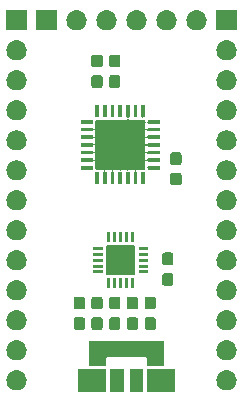
<source format=gbr>
G04 #@! TF.GenerationSoftware,KiCad,Pcbnew,5.0.1-33cea8e~68~ubuntu18.04.1*
G04 #@! TF.CreationDate,2018-10-25T12:38:31+11:00*
G04 #@! TF.ProjectId,PIC18F24K40,50494331384632344B34302E6B696361,rev?*
G04 #@! TF.SameCoordinates,Original*
G04 #@! TF.FileFunction,Soldermask,Top*
G04 #@! TF.FilePolarity,Negative*
%FSLAX46Y46*%
G04 Gerber Fmt 4.6, Leading zero omitted, Abs format (unit mm)*
G04 Created by KiCad (PCBNEW 5.0.1-33cea8e~68~ubuntu18.04.1) date Thu 25 Oct 2018 12:38:31 AEDT*
%MOMM*%
%LPD*%
G01*
G04 APERTURE LIST*
%ADD10C,0.100000*%
G04 APERTURE END LIST*
D10*
G36*
X120097500Y-107650000D02*
X117722500Y-107650000D01*
X117722500Y-105750000D01*
X120097500Y-105750000D01*
X120097500Y-107650000D01*
X120097500Y-107650000D01*
G37*
G36*
X117427500Y-107650000D02*
X116252500Y-107650000D01*
X116252500Y-105750000D01*
X117427500Y-105750000D01*
X117427500Y-107650000D01*
X117427500Y-107650000D01*
G37*
G36*
X114277500Y-107650000D02*
X111902500Y-107650000D01*
X111902500Y-105750000D01*
X114277500Y-105750000D01*
X114277500Y-107650000D01*
X114277500Y-107650000D01*
G37*
G36*
X115747500Y-107650000D02*
X114572500Y-107650000D01*
X114572500Y-105750000D01*
X115747500Y-105750000D01*
X115747500Y-107650000D01*
X115747500Y-107650000D01*
G37*
G36*
X106846627Y-105842299D02*
X106937088Y-105869740D01*
X107006855Y-105890903D01*
X107060712Y-105919691D01*
X107154517Y-105969830D01*
X107283948Y-106076052D01*
X107390170Y-106205483D01*
X107440309Y-106299288D01*
X107469097Y-106353145D01*
X107469097Y-106353146D01*
X107517701Y-106513373D01*
X107534113Y-106680000D01*
X107517701Y-106846627D01*
X107517700Y-106846629D01*
X107469097Y-107006855D01*
X107440309Y-107060712D01*
X107390170Y-107154517D01*
X107283948Y-107283948D01*
X107154517Y-107390170D01*
X107060712Y-107440309D01*
X107006855Y-107469097D01*
X106937088Y-107490260D01*
X106846627Y-107517701D01*
X106721757Y-107530000D01*
X106638243Y-107530000D01*
X106513373Y-107517701D01*
X106422912Y-107490260D01*
X106353145Y-107469097D01*
X106299288Y-107440309D01*
X106205483Y-107390170D01*
X106076052Y-107283948D01*
X105969830Y-107154517D01*
X105919691Y-107060712D01*
X105890903Y-107006855D01*
X105842300Y-106846629D01*
X105842299Y-106846627D01*
X105825887Y-106680000D01*
X105842299Y-106513373D01*
X105890903Y-106353146D01*
X105890903Y-106353145D01*
X105919691Y-106299288D01*
X105969830Y-106205483D01*
X106076052Y-106076052D01*
X106205483Y-105969830D01*
X106299288Y-105919691D01*
X106353145Y-105890903D01*
X106422912Y-105869740D01*
X106513373Y-105842299D01*
X106638243Y-105830000D01*
X106721757Y-105830000D01*
X106846627Y-105842299D01*
X106846627Y-105842299D01*
G37*
G36*
X124626627Y-105842299D02*
X124717088Y-105869740D01*
X124786855Y-105890903D01*
X124840712Y-105919691D01*
X124934517Y-105969830D01*
X125063948Y-106076052D01*
X125170170Y-106205483D01*
X125220309Y-106299288D01*
X125249097Y-106353145D01*
X125249097Y-106353146D01*
X125297701Y-106513373D01*
X125314113Y-106680000D01*
X125297701Y-106846627D01*
X125297700Y-106846629D01*
X125249097Y-107006855D01*
X125220309Y-107060712D01*
X125170170Y-107154517D01*
X125063948Y-107283948D01*
X124934517Y-107390170D01*
X124840712Y-107440309D01*
X124786855Y-107469097D01*
X124717088Y-107490260D01*
X124626627Y-107517701D01*
X124501757Y-107530000D01*
X124418243Y-107530000D01*
X124293373Y-107517701D01*
X124202912Y-107490260D01*
X124133145Y-107469097D01*
X124079288Y-107440309D01*
X123985483Y-107390170D01*
X123856052Y-107283948D01*
X123749830Y-107154517D01*
X123699691Y-107060712D01*
X123670903Y-107006855D01*
X123622300Y-106846629D01*
X123622299Y-106846627D01*
X123605887Y-106680000D01*
X123622299Y-106513373D01*
X123670903Y-106353146D01*
X123670903Y-106353145D01*
X123699691Y-106299288D01*
X123749830Y-106205483D01*
X123856052Y-106076052D01*
X123985483Y-105969830D01*
X124079288Y-105919691D01*
X124133145Y-105890903D01*
X124202912Y-105869740D01*
X124293373Y-105842299D01*
X124418243Y-105830000D01*
X124501757Y-105830000D01*
X124626627Y-105842299D01*
X124626627Y-105842299D01*
G37*
G36*
X119200000Y-105450000D02*
X117725000Y-105450000D01*
X117725000Y-104830000D01*
X117723079Y-104810491D01*
X117717388Y-104791732D01*
X117708147Y-104774443D01*
X117695711Y-104759289D01*
X117680557Y-104746853D01*
X117663268Y-104737612D01*
X117644509Y-104731921D01*
X117625000Y-104730000D01*
X114375000Y-104730000D01*
X114355491Y-104731921D01*
X114336732Y-104737612D01*
X114319443Y-104746853D01*
X114304289Y-104759289D01*
X114291853Y-104774443D01*
X114282612Y-104791732D01*
X114276921Y-104810491D01*
X114275000Y-104830000D01*
X114275000Y-105450000D01*
X112800000Y-105450000D01*
X112800000Y-103350000D01*
X119200000Y-103350000D01*
X119200000Y-105450000D01*
X119200000Y-105450000D01*
G37*
G36*
X106846627Y-103302299D02*
X106937088Y-103329740D01*
X107006855Y-103350903D01*
X107060712Y-103379691D01*
X107154517Y-103429830D01*
X107283948Y-103536052D01*
X107390170Y-103665483D01*
X107440309Y-103759288D01*
X107469097Y-103813145D01*
X107469097Y-103813146D01*
X107517701Y-103973373D01*
X107534113Y-104140000D01*
X107517701Y-104306627D01*
X107517700Y-104306629D01*
X107469097Y-104466855D01*
X107440309Y-104520712D01*
X107390170Y-104614517D01*
X107283948Y-104743948D01*
X107154517Y-104850170D01*
X107060712Y-104900309D01*
X107006855Y-104929097D01*
X106937088Y-104950260D01*
X106846627Y-104977701D01*
X106721757Y-104990000D01*
X106638243Y-104990000D01*
X106513373Y-104977701D01*
X106422912Y-104950260D01*
X106353145Y-104929097D01*
X106299288Y-104900309D01*
X106205483Y-104850170D01*
X106076052Y-104743948D01*
X105969830Y-104614517D01*
X105919691Y-104520712D01*
X105890903Y-104466855D01*
X105842300Y-104306629D01*
X105842299Y-104306627D01*
X105825887Y-104140000D01*
X105842299Y-103973373D01*
X105890903Y-103813146D01*
X105890903Y-103813145D01*
X105919691Y-103759288D01*
X105969830Y-103665483D01*
X106076052Y-103536052D01*
X106205483Y-103429830D01*
X106299288Y-103379691D01*
X106353145Y-103350903D01*
X106422912Y-103329740D01*
X106513373Y-103302299D01*
X106638243Y-103290000D01*
X106721757Y-103290000D01*
X106846627Y-103302299D01*
X106846627Y-103302299D01*
G37*
G36*
X124626627Y-103302299D02*
X124717088Y-103329740D01*
X124786855Y-103350903D01*
X124840712Y-103379691D01*
X124934517Y-103429830D01*
X125063948Y-103536052D01*
X125170170Y-103665483D01*
X125220309Y-103759288D01*
X125249097Y-103813145D01*
X125249097Y-103813146D01*
X125297701Y-103973373D01*
X125314113Y-104140000D01*
X125297701Y-104306627D01*
X125297700Y-104306629D01*
X125249097Y-104466855D01*
X125220309Y-104520712D01*
X125170170Y-104614517D01*
X125063948Y-104743948D01*
X124934517Y-104850170D01*
X124840712Y-104900309D01*
X124786855Y-104929097D01*
X124717088Y-104950260D01*
X124626627Y-104977701D01*
X124501757Y-104990000D01*
X124418243Y-104990000D01*
X124293373Y-104977701D01*
X124202912Y-104950260D01*
X124133145Y-104929097D01*
X124079288Y-104900309D01*
X123985483Y-104850170D01*
X123856052Y-104743948D01*
X123749830Y-104614517D01*
X123699691Y-104520712D01*
X123670903Y-104466855D01*
X123622300Y-104306629D01*
X123622299Y-104306627D01*
X123605887Y-104140000D01*
X123622299Y-103973373D01*
X123670903Y-103813146D01*
X123670903Y-103813145D01*
X123699691Y-103759288D01*
X123749830Y-103665483D01*
X123856052Y-103536052D01*
X123985483Y-103429830D01*
X124079288Y-103379691D01*
X124133145Y-103350903D01*
X124202912Y-103329740D01*
X124293373Y-103302299D01*
X124418243Y-103290000D01*
X124501757Y-103290000D01*
X124626627Y-103302299D01*
X124626627Y-103302299D01*
G37*
G36*
X106846627Y-100762299D02*
X106937088Y-100789740D01*
X107006855Y-100810903D01*
X107060712Y-100839691D01*
X107154517Y-100889830D01*
X107283948Y-100996052D01*
X107390170Y-101125483D01*
X107440309Y-101219288D01*
X107469097Y-101273145D01*
X107469097Y-101273146D01*
X107517701Y-101433373D01*
X107534113Y-101600000D01*
X107517701Y-101766627D01*
X107517700Y-101766629D01*
X107469097Y-101926855D01*
X107440309Y-101980712D01*
X107390170Y-102074517D01*
X107283948Y-102203948D01*
X107154517Y-102310170D01*
X107061340Y-102359974D01*
X107006855Y-102389097D01*
X106937088Y-102410260D01*
X106846627Y-102437701D01*
X106721757Y-102450000D01*
X106638243Y-102450000D01*
X106513373Y-102437701D01*
X106422912Y-102410260D01*
X106353145Y-102389097D01*
X106298660Y-102359974D01*
X106205483Y-102310170D01*
X106076052Y-102203948D01*
X105969830Y-102074517D01*
X105919691Y-101980712D01*
X105890903Y-101926855D01*
X105842300Y-101766629D01*
X105842299Y-101766627D01*
X105825887Y-101600000D01*
X105842299Y-101433373D01*
X105890903Y-101273146D01*
X105890903Y-101273145D01*
X105919691Y-101219288D01*
X105969830Y-101125483D01*
X106076052Y-100996052D01*
X106205483Y-100889830D01*
X106299288Y-100839691D01*
X106353145Y-100810903D01*
X106422912Y-100789740D01*
X106513373Y-100762299D01*
X106638243Y-100750000D01*
X106721757Y-100750000D01*
X106846627Y-100762299D01*
X106846627Y-100762299D01*
G37*
G36*
X124626627Y-100762299D02*
X124717088Y-100789740D01*
X124786855Y-100810903D01*
X124840712Y-100839691D01*
X124934517Y-100889830D01*
X125063948Y-100996052D01*
X125170170Y-101125483D01*
X125220309Y-101219288D01*
X125249097Y-101273145D01*
X125249097Y-101273146D01*
X125297701Y-101433373D01*
X125314113Y-101600000D01*
X125297701Y-101766627D01*
X125297700Y-101766629D01*
X125249097Y-101926855D01*
X125220309Y-101980712D01*
X125170170Y-102074517D01*
X125063948Y-102203948D01*
X124934517Y-102310170D01*
X124841340Y-102359974D01*
X124786855Y-102389097D01*
X124717088Y-102410260D01*
X124626627Y-102437701D01*
X124501757Y-102450000D01*
X124418243Y-102450000D01*
X124293373Y-102437701D01*
X124202912Y-102410260D01*
X124133145Y-102389097D01*
X124078660Y-102359974D01*
X123985483Y-102310170D01*
X123856052Y-102203948D01*
X123749830Y-102074517D01*
X123699691Y-101980712D01*
X123670903Y-101926855D01*
X123622300Y-101766629D01*
X123622299Y-101766627D01*
X123605887Y-101600000D01*
X123622299Y-101433373D01*
X123670903Y-101273146D01*
X123670903Y-101273145D01*
X123699691Y-101219288D01*
X123749830Y-101125483D01*
X123856052Y-100996052D01*
X123985483Y-100889830D01*
X124079288Y-100839691D01*
X124133145Y-100810903D01*
X124202912Y-100789740D01*
X124293373Y-100762299D01*
X124418243Y-100750000D01*
X124501757Y-100750000D01*
X124626627Y-100762299D01*
X124626627Y-100762299D01*
G37*
G36*
X115323986Y-101354078D02*
X115359068Y-101364720D01*
X115391399Y-101382001D01*
X115419740Y-101405260D01*
X115442999Y-101433601D01*
X115460280Y-101465932D01*
X115470922Y-101501014D01*
X115475000Y-101542417D01*
X115475000Y-102207583D01*
X115470922Y-102248986D01*
X115460280Y-102284068D01*
X115442999Y-102316399D01*
X115419740Y-102344740D01*
X115391399Y-102367999D01*
X115359068Y-102385280D01*
X115323986Y-102395922D01*
X115282583Y-102400000D01*
X114717417Y-102400000D01*
X114676014Y-102395922D01*
X114640932Y-102385280D01*
X114608601Y-102367999D01*
X114580260Y-102344740D01*
X114557001Y-102316399D01*
X114539720Y-102284068D01*
X114529078Y-102248986D01*
X114525000Y-102207583D01*
X114525000Y-101542417D01*
X114529078Y-101501014D01*
X114539720Y-101465932D01*
X114557001Y-101433601D01*
X114580260Y-101405260D01*
X114608601Y-101382001D01*
X114640932Y-101364720D01*
X114676014Y-101354078D01*
X114717417Y-101350000D01*
X115282583Y-101350000D01*
X115323986Y-101354078D01*
X115323986Y-101354078D01*
G37*
G36*
X113823986Y-101354078D02*
X113859068Y-101364720D01*
X113891399Y-101382001D01*
X113919740Y-101405260D01*
X113942999Y-101433601D01*
X113960280Y-101465932D01*
X113970922Y-101501014D01*
X113975000Y-101542417D01*
X113975000Y-102207583D01*
X113970922Y-102248986D01*
X113960280Y-102284068D01*
X113942999Y-102316399D01*
X113919740Y-102344740D01*
X113891399Y-102367999D01*
X113859068Y-102385280D01*
X113823986Y-102395922D01*
X113782583Y-102400000D01*
X113217417Y-102400000D01*
X113176014Y-102395922D01*
X113140932Y-102385280D01*
X113108601Y-102367999D01*
X113080260Y-102344740D01*
X113057001Y-102316399D01*
X113039720Y-102284068D01*
X113029078Y-102248986D01*
X113025000Y-102207583D01*
X113025000Y-101542417D01*
X113029078Y-101501014D01*
X113039720Y-101465932D01*
X113057001Y-101433601D01*
X113080260Y-101405260D01*
X113108601Y-101382001D01*
X113140932Y-101364720D01*
X113176014Y-101354078D01*
X113217417Y-101350000D01*
X113782583Y-101350000D01*
X113823986Y-101354078D01*
X113823986Y-101354078D01*
G37*
G36*
X112323986Y-101354078D02*
X112359068Y-101364720D01*
X112391399Y-101382001D01*
X112419740Y-101405260D01*
X112442999Y-101433601D01*
X112460280Y-101465932D01*
X112470922Y-101501014D01*
X112475000Y-101542417D01*
X112475000Y-102207583D01*
X112470922Y-102248986D01*
X112460280Y-102284068D01*
X112442999Y-102316399D01*
X112419740Y-102344740D01*
X112391399Y-102367999D01*
X112359068Y-102385280D01*
X112323986Y-102395922D01*
X112282583Y-102400000D01*
X111717417Y-102400000D01*
X111676014Y-102395922D01*
X111640932Y-102385280D01*
X111608601Y-102367999D01*
X111580260Y-102344740D01*
X111557001Y-102316399D01*
X111539720Y-102284068D01*
X111529078Y-102248986D01*
X111525000Y-102207583D01*
X111525000Y-101542417D01*
X111529078Y-101501014D01*
X111539720Y-101465932D01*
X111557001Y-101433601D01*
X111580260Y-101405260D01*
X111608601Y-101382001D01*
X111640932Y-101364720D01*
X111676014Y-101354078D01*
X111717417Y-101350000D01*
X112282583Y-101350000D01*
X112323986Y-101354078D01*
X112323986Y-101354078D01*
G37*
G36*
X116823986Y-101354078D02*
X116859068Y-101364720D01*
X116891399Y-101382001D01*
X116919740Y-101405260D01*
X116942999Y-101433601D01*
X116960280Y-101465932D01*
X116970922Y-101501014D01*
X116975000Y-101542417D01*
X116975000Y-102207583D01*
X116970922Y-102248986D01*
X116960280Y-102284068D01*
X116942999Y-102316399D01*
X116919740Y-102344740D01*
X116891399Y-102367999D01*
X116859068Y-102385280D01*
X116823986Y-102395922D01*
X116782583Y-102400000D01*
X116217417Y-102400000D01*
X116176014Y-102395922D01*
X116140932Y-102385280D01*
X116108601Y-102367999D01*
X116080260Y-102344740D01*
X116057001Y-102316399D01*
X116039720Y-102284068D01*
X116029078Y-102248986D01*
X116025000Y-102207583D01*
X116025000Y-101542417D01*
X116029078Y-101501014D01*
X116039720Y-101465932D01*
X116057001Y-101433601D01*
X116080260Y-101405260D01*
X116108601Y-101382001D01*
X116140932Y-101364720D01*
X116176014Y-101354078D01*
X116217417Y-101350000D01*
X116782583Y-101350000D01*
X116823986Y-101354078D01*
X116823986Y-101354078D01*
G37*
G36*
X118323986Y-101354078D02*
X118359068Y-101364720D01*
X118391399Y-101382001D01*
X118419740Y-101405260D01*
X118442999Y-101433601D01*
X118460280Y-101465932D01*
X118470922Y-101501014D01*
X118475000Y-101542417D01*
X118475000Y-102207583D01*
X118470922Y-102248986D01*
X118460280Y-102284068D01*
X118442999Y-102316399D01*
X118419740Y-102344740D01*
X118391399Y-102367999D01*
X118359068Y-102385280D01*
X118323986Y-102395922D01*
X118282583Y-102400000D01*
X117717417Y-102400000D01*
X117676014Y-102395922D01*
X117640932Y-102385280D01*
X117608601Y-102367999D01*
X117580260Y-102344740D01*
X117557001Y-102316399D01*
X117539720Y-102284068D01*
X117529078Y-102248986D01*
X117525000Y-102207583D01*
X117525000Y-101542417D01*
X117529078Y-101501014D01*
X117539720Y-101465932D01*
X117557001Y-101433601D01*
X117580260Y-101405260D01*
X117608601Y-101382001D01*
X117640932Y-101364720D01*
X117676014Y-101354078D01*
X117717417Y-101350000D01*
X118282583Y-101350000D01*
X118323986Y-101354078D01*
X118323986Y-101354078D01*
G37*
G36*
X112323986Y-99604078D02*
X112359068Y-99614720D01*
X112391399Y-99632001D01*
X112419740Y-99655260D01*
X112442999Y-99683601D01*
X112460280Y-99715932D01*
X112470922Y-99751014D01*
X112475000Y-99792417D01*
X112475000Y-100457583D01*
X112470922Y-100498986D01*
X112460280Y-100534068D01*
X112442999Y-100566399D01*
X112419740Y-100594740D01*
X112391399Y-100617999D01*
X112359068Y-100635280D01*
X112323986Y-100645922D01*
X112282583Y-100650000D01*
X111717417Y-100650000D01*
X111676014Y-100645922D01*
X111640932Y-100635280D01*
X111608601Y-100617999D01*
X111580260Y-100594740D01*
X111557001Y-100566399D01*
X111539720Y-100534068D01*
X111529078Y-100498986D01*
X111525000Y-100457583D01*
X111525000Y-99792417D01*
X111529078Y-99751014D01*
X111539720Y-99715932D01*
X111557001Y-99683601D01*
X111580260Y-99655260D01*
X111608601Y-99632001D01*
X111640932Y-99614720D01*
X111676014Y-99604078D01*
X111717417Y-99600000D01*
X112282583Y-99600000D01*
X112323986Y-99604078D01*
X112323986Y-99604078D01*
G37*
G36*
X113823986Y-99604078D02*
X113859068Y-99614720D01*
X113891399Y-99632001D01*
X113919740Y-99655260D01*
X113942999Y-99683601D01*
X113960280Y-99715932D01*
X113970922Y-99751014D01*
X113975000Y-99792417D01*
X113975000Y-100457583D01*
X113970922Y-100498986D01*
X113960280Y-100534068D01*
X113942999Y-100566399D01*
X113919740Y-100594740D01*
X113891399Y-100617999D01*
X113859068Y-100635280D01*
X113823986Y-100645922D01*
X113782583Y-100650000D01*
X113217417Y-100650000D01*
X113176014Y-100645922D01*
X113140932Y-100635280D01*
X113108601Y-100617999D01*
X113080260Y-100594740D01*
X113057001Y-100566399D01*
X113039720Y-100534068D01*
X113029078Y-100498986D01*
X113025000Y-100457583D01*
X113025000Y-99792417D01*
X113029078Y-99751014D01*
X113039720Y-99715932D01*
X113057001Y-99683601D01*
X113080260Y-99655260D01*
X113108601Y-99632001D01*
X113140932Y-99614720D01*
X113176014Y-99604078D01*
X113217417Y-99600000D01*
X113782583Y-99600000D01*
X113823986Y-99604078D01*
X113823986Y-99604078D01*
G37*
G36*
X115323986Y-99604078D02*
X115359068Y-99614720D01*
X115391399Y-99632001D01*
X115419740Y-99655260D01*
X115442999Y-99683601D01*
X115460280Y-99715932D01*
X115470922Y-99751014D01*
X115475000Y-99792417D01*
X115475000Y-100457583D01*
X115470922Y-100498986D01*
X115460280Y-100534068D01*
X115442999Y-100566399D01*
X115419740Y-100594740D01*
X115391399Y-100617999D01*
X115359068Y-100635280D01*
X115323986Y-100645922D01*
X115282583Y-100650000D01*
X114717417Y-100650000D01*
X114676014Y-100645922D01*
X114640932Y-100635280D01*
X114608601Y-100617999D01*
X114580260Y-100594740D01*
X114557001Y-100566399D01*
X114539720Y-100534068D01*
X114529078Y-100498986D01*
X114525000Y-100457583D01*
X114525000Y-99792417D01*
X114529078Y-99751014D01*
X114539720Y-99715932D01*
X114557001Y-99683601D01*
X114580260Y-99655260D01*
X114608601Y-99632001D01*
X114640932Y-99614720D01*
X114676014Y-99604078D01*
X114717417Y-99600000D01*
X115282583Y-99600000D01*
X115323986Y-99604078D01*
X115323986Y-99604078D01*
G37*
G36*
X118323986Y-99604078D02*
X118359068Y-99614720D01*
X118391399Y-99632001D01*
X118419740Y-99655260D01*
X118442999Y-99683601D01*
X118460280Y-99715932D01*
X118470922Y-99751014D01*
X118475000Y-99792417D01*
X118475000Y-100457583D01*
X118470922Y-100498986D01*
X118460280Y-100534068D01*
X118442999Y-100566399D01*
X118419740Y-100594740D01*
X118391399Y-100617999D01*
X118359068Y-100635280D01*
X118323986Y-100645922D01*
X118282583Y-100650000D01*
X117717417Y-100650000D01*
X117676014Y-100645922D01*
X117640932Y-100635280D01*
X117608601Y-100617999D01*
X117580260Y-100594740D01*
X117557001Y-100566399D01*
X117539720Y-100534068D01*
X117529078Y-100498986D01*
X117525000Y-100457583D01*
X117525000Y-99792417D01*
X117529078Y-99751014D01*
X117539720Y-99715932D01*
X117557001Y-99683601D01*
X117580260Y-99655260D01*
X117608601Y-99632001D01*
X117640932Y-99614720D01*
X117676014Y-99604078D01*
X117717417Y-99600000D01*
X118282583Y-99600000D01*
X118323986Y-99604078D01*
X118323986Y-99604078D01*
G37*
G36*
X116823986Y-99604078D02*
X116859068Y-99614720D01*
X116891399Y-99632001D01*
X116919740Y-99655260D01*
X116942999Y-99683601D01*
X116960280Y-99715932D01*
X116970922Y-99751014D01*
X116975000Y-99792417D01*
X116975000Y-100457583D01*
X116970922Y-100498986D01*
X116960280Y-100534068D01*
X116942999Y-100566399D01*
X116919740Y-100594740D01*
X116891399Y-100617999D01*
X116859068Y-100635280D01*
X116823986Y-100645922D01*
X116782583Y-100650000D01*
X116217417Y-100650000D01*
X116176014Y-100645922D01*
X116140932Y-100635280D01*
X116108601Y-100617999D01*
X116080260Y-100594740D01*
X116057001Y-100566399D01*
X116039720Y-100534068D01*
X116029078Y-100498986D01*
X116025000Y-100457583D01*
X116025000Y-99792417D01*
X116029078Y-99751014D01*
X116039720Y-99715932D01*
X116057001Y-99683601D01*
X116080260Y-99655260D01*
X116108601Y-99632001D01*
X116140932Y-99614720D01*
X116176014Y-99604078D01*
X116217417Y-99600000D01*
X116782583Y-99600000D01*
X116823986Y-99604078D01*
X116823986Y-99604078D01*
G37*
G36*
X106846627Y-98222299D02*
X106937088Y-98249740D01*
X107006855Y-98270903D01*
X107060712Y-98299691D01*
X107154517Y-98349830D01*
X107283948Y-98456052D01*
X107390170Y-98585483D01*
X107422216Y-98645437D01*
X107469097Y-98733145D01*
X107469097Y-98733146D01*
X107517701Y-98893373D01*
X107534113Y-99060000D01*
X107517701Y-99226627D01*
X107517700Y-99226629D01*
X107469097Y-99386855D01*
X107440309Y-99440712D01*
X107390170Y-99534517D01*
X107283948Y-99663948D01*
X107154517Y-99770170D01*
X107060712Y-99820309D01*
X107006855Y-99849097D01*
X106937088Y-99870260D01*
X106846627Y-99897701D01*
X106721757Y-99910000D01*
X106638243Y-99910000D01*
X106513373Y-99897701D01*
X106422912Y-99870260D01*
X106353145Y-99849097D01*
X106299288Y-99820309D01*
X106205483Y-99770170D01*
X106076052Y-99663948D01*
X105969830Y-99534517D01*
X105919691Y-99440712D01*
X105890903Y-99386855D01*
X105842300Y-99226629D01*
X105842299Y-99226627D01*
X105825887Y-99060000D01*
X105842299Y-98893373D01*
X105890903Y-98733146D01*
X105890903Y-98733145D01*
X105937784Y-98645437D01*
X105969830Y-98585483D01*
X106076052Y-98456052D01*
X106205483Y-98349830D01*
X106299288Y-98299691D01*
X106353145Y-98270903D01*
X106422912Y-98249740D01*
X106513373Y-98222299D01*
X106638243Y-98210000D01*
X106721757Y-98210000D01*
X106846627Y-98222299D01*
X106846627Y-98222299D01*
G37*
G36*
X124626627Y-98222299D02*
X124717088Y-98249740D01*
X124786855Y-98270903D01*
X124840712Y-98299691D01*
X124934517Y-98349830D01*
X125063948Y-98456052D01*
X125170170Y-98585483D01*
X125202216Y-98645437D01*
X125249097Y-98733145D01*
X125249097Y-98733146D01*
X125297701Y-98893373D01*
X125314113Y-99060000D01*
X125297701Y-99226627D01*
X125297700Y-99226629D01*
X125249097Y-99386855D01*
X125220309Y-99440712D01*
X125170170Y-99534517D01*
X125063948Y-99663948D01*
X124934517Y-99770170D01*
X124840712Y-99820309D01*
X124786855Y-99849097D01*
X124717088Y-99870260D01*
X124626627Y-99897701D01*
X124501757Y-99910000D01*
X124418243Y-99910000D01*
X124293373Y-99897701D01*
X124202912Y-99870260D01*
X124133145Y-99849097D01*
X124079288Y-99820309D01*
X123985483Y-99770170D01*
X123856052Y-99663948D01*
X123749830Y-99534517D01*
X123699691Y-99440712D01*
X123670903Y-99386855D01*
X123622300Y-99226629D01*
X123622299Y-99226627D01*
X123605887Y-99060000D01*
X123622299Y-98893373D01*
X123670903Y-98733146D01*
X123670903Y-98733145D01*
X123717784Y-98645437D01*
X123749830Y-98585483D01*
X123856052Y-98456052D01*
X123985483Y-98349830D01*
X124079288Y-98299691D01*
X124133145Y-98270903D01*
X124202912Y-98249740D01*
X124293373Y-98222299D01*
X124418243Y-98210000D01*
X124501757Y-98210000D01*
X124626627Y-98222299D01*
X124626627Y-98222299D01*
G37*
G36*
X114614841Y-98025714D02*
X114617097Y-98026399D01*
X114619180Y-98027512D01*
X114620997Y-98029003D01*
X114622488Y-98030820D01*
X114623601Y-98032903D01*
X114624286Y-98035159D01*
X114625000Y-98042410D01*
X114625000Y-98832590D01*
X114624286Y-98839841D01*
X114623601Y-98842097D01*
X114622488Y-98844180D01*
X114620997Y-98845997D01*
X114619180Y-98847488D01*
X114617097Y-98848601D01*
X114614841Y-98849286D01*
X114607590Y-98850000D01*
X114392410Y-98850000D01*
X114385159Y-98849286D01*
X114382903Y-98848601D01*
X114380820Y-98847488D01*
X114379003Y-98845997D01*
X114377512Y-98844180D01*
X114376399Y-98842097D01*
X114375714Y-98839841D01*
X114375000Y-98832590D01*
X114375000Y-98042410D01*
X114375714Y-98035159D01*
X114376399Y-98032903D01*
X114377512Y-98030820D01*
X114379003Y-98029003D01*
X114380820Y-98027512D01*
X114382903Y-98026399D01*
X114385159Y-98025714D01*
X114392410Y-98025000D01*
X114607590Y-98025000D01*
X114614841Y-98025714D01*
X114614841Y-98025714D01*
G37*
G36*
X115114841Y-98025714D02*
X115117097Y-98026399D01*
X115119180Y-98027512D01*
X115120997Y-98029003D01*
X115122488Y-98030820D01*
X115123601Y-98032903D01*
X115124286Y-98035159D01*
X115125000Y-98042410D01*
X115125000Y-98832590D01*
X115124286Y-98839841D01*
X115123601Y-98842097D01*
X115122488Y-98844180D01*
X115120997Y-98845997D01*
X115119180Y-98847488D01*
X115117097Y-98848601D01*
X115114841Y-98849286D01*
X115107590Y-98850000D01*
X114892410Y-98850000D01*
X114885159Y-98849286D01*
X114882903Y-98848601D01*
X114880820Y-98847488D01*
X114879003Y-98845997D01*
X114877512Y-98844180D01*
X114876399Y-98842097D01*
X114875714Y-98839841D01*
X114875000Y-98832590D01*
X114875000Y-98042410D01*
X114875714Y-98035159D01*
X114876399Y-98032903D01*
X114877512Y-98030820D01*
X114879003Y-98029003D01*
X114880820Y-98027512D01*
X114882903Y-98026399D01*
X114885159Y-98025714D01*
X114892410Y-98025000D01*
X115107590Y-98025000D01*
X115114841Y-98025714D01*
X115114841Y-98025714D01*
G37*
G36*
X116614841Y-98025714D02*
X116617097Y-98026399D01*
X116619180Y-98027512D01*
X116620997Y-98029003D01*
X116622488Y-98030820D01*
X116623601Y-98032903D01*
X116624286Y-98035159D01*
X116625000Y-98042410D01*
X116625000Y-98832590D01*
X116624286Y-98839841D01*
X116623601Y-98842097D01*
X116622488Y-98844180D01*
X116620997Y-98845997D01*
X116619180Y-98847488D01*
X116617097Y-98848601D01*
X116614841Y-98849286D01*
X116607590Y-98850000D01*
X116392410Y-98850000D01*
X116385159Y-98849286D01*
X116382903Y-98848601D01*
X116380820Y-98847488D01*
X116379003Y-98845997D01*
X116377512Y-98844180D01*
X116376399Y-98842097D01*
X116375714Y-98839841D01*
X116375000Y-98832590D01*
X116375000Y-98042410D01*
X116375714Y-98035159D01*
X116376399Y-98032903D01*
X116377512Y-98030820D01*
X116379003Y-98029003D01*
X116380820Y-98027512D01*
X116382903Y-98026399D01*
X116385159Y-98025714D01*
X116392410Y-98025000D01*
X116607590Y-98025000D01*
X116614841Y-98025714D01*
X116614841Y-98025714D01*
G37*
G36*
X116114841Y-98025714D02*
X116117097Y-98026399D01*
X116119180Y-98027512D01*
X116120997Y-98029003D01*
X116122488Y-98030820D01*
X116123601Y-98032903D01*
X116124286Y-98035159D01*
X116125000Y-98042410D01*
X116125000Y-98832590D01*
X116124286Y-98839841D01*
X116123601Y-98842097D01*
X116122488Y-98844180D01*
X116120997Y-98845997D01*
X116119180Y-98847488D01*
X116117097Y-98848601D01*
X116114841Y-98849286D01*
X116107590Y-98850000D01*
X115892410Y-98850000D01*
X115885159Y-98849286D01*
X115882903Y-98848601D01*
X115880820Y-98847488D01*
X115879003Y-98845997D01*
X115877512Y-98844180D01*
X115876399Y-98842097D01*
X115875714Y-98839841D01*
X115875000Y-98832590D01*
X115875000Y-98042410D01*
X115875714Y-98035159D01*
X115876399Y-98032903D01*
X115877512Y-98030820D01*
X115879003Y-98029003D01*
X115880820Y-98027512D01*
X115882903Y-98026399D01*
X115885159Y-98025714D01*
X115892410Y-98025000D01*
X116107590Y-98025000D01*
X116114841Y-98025714D01*
X116114841Y-98025714D01*
G37*
G36*
X115614841Y-98025714D02*
X115617097Y-98026399D01*
X115619180Y-98027512D01*
X115620997Y-98029003D01*
X115622488Y-98030820D01*
X115623601Y-98032903D01*
X115624286Y-98035159D01*
X115625000Y-98042410D01*
X115625000Y-98832590D01*
X115624286Y-98839841D01*
X115623601Y-98842097D01*
X115622488Y-98844180D01*
X115620997Y-98845997D01*
X115619180Y-98847488D01*
X115617097Y-98848601D01*
X115614841Y-98849286D01*
X115607590Y-98850000D01*
X115392410Y-98850000D01*
X115385159Y-98849286D01*
X115382903Y-98848601D01*
X115380820Y-98847488D01*
X115379003Y-98845997D01*
X115377512Y-98844180D01*
X115376399Y-98842097D01*
X115375714Y-98839841D01*
X115375000Y-98832590D01*
X115375000Y-98042410D01*
X115375714Y-98035159D01*
X115376399Y-98032903D01*
X115377512Y-98030820D01*
X115379003Y-98029003D01*
X115380820Y-98027512D01*
X115382903Y-98026399D01*
X115385159Y-98025714D01*
X115392410Y-98025000D01*
X115607590Y-98025000D01*
X115614841Y-98025714D01*
X115614841Y-98025714D01*
G37*
G36*
X119823986Y-97604078D02*
X119859068Y-97614720D01*
X119891399Y-97632001D01*
X119919740Y-97655260D01*
X119942999Y-97683601D01*
X119960280Y-97715932D01*
X119970922Y-97751014D01*
X119975000Y-97792417D01*
X119975000Y-98457583D01*
X119970922Y-98498986D01*
X119960280Y-98534068D01*
X119942999Y-98566399D01*
X119919740Y-98594740D01*
X119891399Y-98617999D01*
X119859068Y-98635280D01*
X119823986Y-98645922D01*
X119782583Y-98650000D01*
X119217417Y-98650000D01*
X119176014Y-98645922D01*
X119140932Y-98635280D01*
X119108601Y-98617999D01*
X119080260Y-98594740D01*
X119057001Y-98566399D01*
X119039720Y-98534068D01*
X119029078Y-98498986D01*
X119025000Y-98457583D01*
X119025000Y-97792417D01*
X119029078Y-97751014D01*
X119039720Y-97715932D01*
X119057001Y-97683601D01*
X119080260Y-97655260D01*
X119108601Y-97632001D01*
X119140932Y-97614720D01*
X119176014Y-97604078D01*
X119217417Y-97600000D01*
X119782583Y-97600000D01*
X119823986Y-97604078D01*
X119823986Y-97604078D01*
G37*
G36*
X116613068Y-95253740D02*
X116644874Y-95263389D01*
X116674178Y-95279052D01*
X116699866Y-95300134D01*
X116720948Y-95325822D01*
X116736611Y-95355126D01*
X116746260Y-95386932D01*
X116750000Y-95424908D01*
X116750000Y-97575092D01*
X116746260Y-97613068D01*
X116736611Y-97644874D01*
X116720948Y-97674178D01*
X116699866Y-97699866D01*
X116674178Y-97720948D01*
X116644874Y-97736611D01*
X116613068Y-97746260D01*
X116575092Y-97750000D01*
X114424908Y-97750000D01*
X114386932Y-97746260D01*
X114355126Y-97736611D01*
X114325822Y-97720948D01*
X114300134Y-97699866D01*
X114279052Y-97674178D01*
X114263389Y-97644874D01*
X114253740Y-97613068D01*
X114250000Y-97575092D01*
X114250000Y-95424908D01*
X114253740Y-95386932D01*
X114263389Y-95355126D01*
X114279052Y-95325822D01*
X114300134Y-95300134D01*
X114325822Y-95279052D01*
X114355126Y-95263389D01*
X114386932Y-95253740D01*
X114424908Y-95250000D01*
X116575092Y-95250000D01*
X116613068Y-95253740D01*
X116613068Y-95253740D01*
G37*
G36*
X113964841Y-97375714D02*
X113967097Y-97376399D01*
X113969180Y-97377512D01*
X113970997Y-97379003D01*
X113972488Y-97380820D01*
X113973601Y-97382903D01*
X113974286Y-97385159D01*
X113975000Y-97392410D01*
X113975000Y-97607590D01*
X113974286Y-97614841D01*
X113973601Y-97617097D01*
X113972488Y-97619180D01*
X113970997Y-97620997D01*
X113969180Y-97622488D01*
X113967097Y-97623601D01*
X113964841Y-97624286D01*
X113957590Y-97625000D01*
X113167410Y-97625000D01*
X113160159Y-97624286D01*
X113157903Y-97623601D01*
X113155820Y-97622488D01*
X113154003Y-97620997D01*
X113152512Y-97619180D01*
X113151399Y-97617097D01*
X113150714Y-97614841D01*
X113150000Y-97607590D01*
X113150000Y-97392410D01*
X113150714Y-97385159D01*
X113151399Y-97382903D01*
X113152512Y-97380820D01*
X113154003Y-97379003D01*
X113155820Y-97377512D01*
X113157903Y-97376399D01*
X113160159Y-97375714D01*
X113167410Y-97375000D01*
X113957590Y-97375000D01*
X113964841Y-97375714D01*
X113964841Y-97375714D01*
G37*
G36*
X117839841Y-97375714D02*
X117842097Y-97376399D01*
X117844180Y-97377512D01*
X117845997Y-97379003D01*
X117847488Y-97380820D01*
X117848601Y-97382903D01*
X117849286Y-97385159D01*
X117850000Y-97392410D01*
X117850000Y-97607590D01*
X117849286Y-97614841D01*
X117848601Y-97617097D01*
X117847488Y-97619180D01*
X117845997Y-97620997D01*
X117844180Y-97622488D01*
X117842097Y-97623601D01*
X117839841Y-97624286D01*
X117832590Y-97625000D01*
X117042410Y-97625000D01*
X117035159Y-97624286D01*
X117032903Y-97623601D01*
X117030820Y-97622488D01*
X117029003Y-97620997D01*
X117027512Y-97619180D01*
X117026399Y-97617097D01*
X117025714Y-97614841D01*
X117025000Y-97607590D01*
X117025000Y-97392410D01*
X117025714Y-97385159D01*
X117026399Y-97382903D01*
X117027512Y-97380820D01*
X117029003Y-97379003D01*
X117030820Y-97377512D01*
X117032903Y-97376399D01*
X117035159Y-97375714D01*
X117042410Y-97375000D01*
X117832590Y-97375000D01*
X117839841Y-97375714D01*
X117839841Y-97375714D01*
G37*
G36*
X106846627Y-95682299D02*
X106937088Y-95709740D01*
X107006855Y-95730903D01*
X107060712Y-95759691D01*
X107154517Y-95809830D01*
X107283948Y-95916052D01*
X107390170Y-96045483D01*
X107430129Y-96120242D01*
X107469097Y-96193145D01*
X107469097Y-96193146D01*
X107517701Y-96353373D01*
X107534113Y-96520000D01*
X107517701Y-96686627D01*
X107498785Y-96748986D01*
X107469097Y-96846855D01*
X107449829Y-96882903D01*
X107390170Y-96994517D01*
X107283948Y-97123948D01*
X107154517Y-97230170D01*
X107060712Y-97280309D01*
X107006855Y-97309097D01*
X106937088Y-97330260D01*
X106846627Y-97357701D01*
X106721757Y-97370000D01*
X106638243Y-97370000D01*
X106513373Y-97357701D01*
X106422912Y-97330260D01*
X106353145Y-97309097D01*
X106299288Y-97280309D01*
X106205483Y-97230170D01*
X106076052Y-97123948D01*
X105969830Y-96994517D01*
X105910171Y-96882903D01*
X105890903Y-96846855D01*
X105861215Y-96748986D01*
X105842299Y-96686627D01*
X105825887Y-96520000D01*
X105842299Y-96353373D01*
X105890903Y-96193146D01*
X105890903Y-96193145D01*
X105929871Y-96120242D01*
X105969830Y-96045483D01*
X106076052Y-95916052D01*
X106205483Y-95809830D01*
X106299288Y-95759691D01*
X106353145Y-95730903D01*
X106422912Y-95709740D01*
X106513373Y-95682299D01*
X106638243Y-95670000D01*
X106721757Y-95670000D01*
X106846627Y-95682299D01*
X106846627Y-95682299D01*
G37*
G36*
X124626627Y-95682299D02*
X124717088Y-95709740D01*
X124786855Y-95730903D01*
X124840712Y-95759691D01*
X124934517Y-95809830D01*
X125063948Y-95916052D01*
X125170170Y-96045483D01*
X125210129Y-96120242D01*
X125249097Y-96193145D01*
X125249097Y-96193146D01*
X125297701Y-96353373D01*
X125314113Y-96520000D01*
X125297701Y-96686627D01*
X125278785Y-96748986D01*
X125249097Y-96846855D01*
X125229829Y-96882903D01*
X125170170Y-96994517D01*
X125063948Y-97123948D01*
X124934517Y-97230170D01*
X124840712Y-97280309D01*
X124786855Y-97309097D01*
X124717088Y-97330260D01*
X124626627Y-97357701D01*
X124501757Y-97370000D01*
X124418243Y-97370000D01*
X124293373Y-97357701D01*
X124202912Y-97330260D01*
X124133145Y-97309097D01*
X124079288Y-97280309D01*
X123985483Y-97230170D01*
X123856052Y-97123948D01*
X123749830Y-96994517D01*
X123690171Y-96882903D01*
X123670903Y-96846855D01*
X123641215Y-96748986D01*
X123622299Y-96686627D01*
X123605887Y-96520000D01*
X123622299Y-96353373D01*
X123670903Y-96193146D01*
X123670903Y-96193145D01*
X123709871Y-96120242D01*
X123749830Y-96045483D01*
X123856052Y-95916052D01*
X123985483Y-95809830D01*
X124079288Y-95759691D01*
X124133145Y-95730903D01*
X124202912Y-95709740D01*
X124293373Y-95682299D01*
X124418243Y-95670000D01*
X124501757Y-95670000D01*
X124626627Y-95682299D01*
X124626627Y-95682299D01*
G37*
G36*
X117839841Y-96875714D02*
X117842097Y-96876399D01*
X117844180Y-96877512D01*
X117845997Y-96879003D01*
X117847488Y-96880820D01*
X117848601Y-96882903D01*
X117849286Y-96885159D01*
X117850000Y-96892410D01*
X117850000Y-97107590D01*
X117849286Y-97114841D01*
X117848601Y-97117097D01*
X117847488Y-97119180D01*
X117845997Y-97120997D01*
X117844180Y-97122488D01*
X117842097Y-97123601D01*
X117839841Y-97124286D01*
X117832590Y-97125000D01*
X117042410Y-97125000D01*
X117035159Y-97124286D01*
X117032903Y-97123601D01*
X117030820Y-97122488D01*
X117029003Y-97120997D01*
X117027512Y-97119180D01*
X117026399Y-97117097D01*
X117025714Y-97114841D01*
X117025000Y-97107590D01*
X117025000Y-96892410D01*
X117025714Y-96885159D01*
X117026399Y-96882903D01*
X117027512Y-96880820D01*
X117029003Y-96879003D01*
X117030820Y-96877512D01*
X117032903Y-96876399D01*
X117035159Y-96875714D01*
X117042410Y-96875000D01*
X117832590Y-96875000D01*
X117839841Y-96875714D01*
X117839841Y-96875714D01*
G37*
G36*
X113964841Y-96875714D02*
X113967097Y-96876399D01*
X113969180Y-96877512D01*
X113970997Y-96879003D01*
X113972488Y-96880820D01*
X113973601Y-96882903D01*
X113974286Y-96885159D01*
X113975000Y-96892410D01*
X113975000Y-97107590D01*
X113974286Y-97114841D01*
X113973601Y-97117097D01*
X113972488Y-97119180D01*
X113970997Y-97120997D01*
X113969180Y-97122488D01*
X113967097Y-97123601D01*
X113964841Y-97124286D01*
X113957590Y-97125000D01*
X113167410Y-97125000D01*
X113160159Y-97124286D01*
X113157903Y-97123601D01*
X113155820Y-97122488D01*
X113154003Y-97120997D01*
X113152512Y-97119180D01*
X113151399Y-97117097D01*
X113150714Y-97114841D01*
X113150000Y-97107590D01*
X113150000Y-96892410D01*
X113150714Y-96885159D01*
X113151399Y-96882903D01*
X113152512Y-96880820D01*
X113154003Y-96879003D01*
X113155820Y-96877512D01*
X113157903Y-96876399D01*
X113160159Y-96875714D01*
X113167410Y-96875000D01*
X113957590Y-96875000D01*
X113964841Y-96875714D01*
X113964841Y-96875714D01*
G37*
G36*
X119823986Y-95854078D02*
X119859068Y-95864720D01*
X119891399Y-95882001D01*
X119919740Y-95905260D01*
X119942999Y-95933601D01*
X119960280Y-95965932D01*
X119970922Y-96001014D01*
X119975000Y-96042417D01*
X119975000Y-96707583D01*
X119970922Y-96748986D01*
X119960280Y-96784068D01*
X119942999Y-96816399D01*
X119919740Y-96844740D01*
X119891399Y-96867999D01*
X119859068Y-96885280D01*
X119823986Y-96895922D01*
X119782583Y-96900000D01*
X119217417Y-96900000D01*
X119176014Y-96895922D01*
X119140932Y-96885280D01*
X119108601Y-96867999D01*
X119080260Y-96844740D01*
X119057001Y-96816399D01*
X119039720Y-96784068D01*
X119029078Y-96748986D01*
X119025000Y-96707583D01*
X119025000Y-96042417D01*
X119029078Y-96001014D01*
X119039720Y-95965932D01*
X119057001Y-95933601D01*
X119080260Y-95905260D01*
X119108601Y-95882001D01*
X119140932Y-95864720D01*
X119176014Y-95854078D01*
X119217417Y-95850000D01*
X119782583Y-95850000D01*
X119823986Y-95854078D01*
X119823986Y-95854078D01*
G37*
G36*
X113964841Y-96375714D02*
X113967097Y-96376399D01*
X113969180Y-96377512D01*
X113970997Y-96379003D01*
X113972488Y-96380820D01*
X113973601Y-96382903D01*
X113974286Y-96385159D01*
X113975000Y-96392410D01*
X113975000Y-96607590D01*
X113974286Y-96614841D01*
X113973601Y-96617097D01*
X113972488Y-96619180D01*
X113970997Y-96620997D01*
X113969180Y-96622488D01*
X113967097Y-96623601D01*
X113964841Y-96624286D01*
X113957590Y-96625000D01*
X113167410Y-96625000D01*
X113160159Y-96624286D01*
X113157903Y-96623601D01*
X113155820Y-96622488D01*
X113154003Y-96620997D01*
X113152512Y-96619180D01*
X113151399Y-96617097D01*
X113150714Y-96614841D01*
X113150000Y-96607590D01*
X113150000Y-96392410D01*
X113150714Y-96385159D01*
X113151399Y-96382903D01*
X113152512Y-96380820D01*
X113154003Y-96379003D01*
X113155820Y-96377512D01*
X113157903Y-96376399D01*
X113160159Y-96375714D01*
X113167410Y-96375000D01*
X113957590Y-96375000D01*
X113964841Y-96375714D01*
X113964841Y-96375714D01*
G37*
G36*
X117839841Y-96375714D02*
X117842097Y-96376399D01*
X117844180Y-96377512D01*
X117845997Y-96379003D01*
X117847488Y-96380820D01*
X117848601Y-96382903D01*
X117849286Y-96385159D01*
X117850000Y-96392410D01*
X117850000Y-96607590D01*
X117849286Y-96614841D01*
X117848601Y-96617097D01*
X117847488Y-96619180D01*
X117845997Y-96620997D01*
X117844180Y-96622488D01*
X117842097Y-96623601D01*
X117839841Y-96624286D01*
X117832590Y-96625000D01*
X117042410Y-96625000D01*
X117035159Y-96624286D01*
X117032903Y-96623601D01*
X117030820Y-96622488D01*
X117029003Y-96620997D01*
X117027512Y-96619180D01*
X117026399Y-96617097D01*
X117025714Y-96614841D01*
X117025000Y-96607590D01*
X117025000Y-96392410D01*
X117025714Y-96385159D01*
X117026399Y-96382903D01*
X117027512Y-96380820D01*
X117029003Y-96379003D01*
X117030820Y-96377512D01*
X117032903Y-96376399D01*
X117035159Y-96375714D01*
X117042410Y-96375000D01*
X117832590Y-96375000D01*
X117839841Y-96375714D01*
X117839841Y-96375714D01*
G37*
G36*
X117839841Y-95875714D02*
X117842097Y-95876399D01*
X117844180Y-95877512D01*
X117845997Y-95879003D01*
X117847488Y-95880820D01*
X117848601Y-95882903D01*
X117849286Y-95885159D01*
X117850000Y-95892410D01*
X117850000Y-96107590D01*
X117849286Y-96114841D01*
X117848601Y-96117097D01*
X117847488Y-96119180D01*
X117845997Y-96120997D01*
X117844180Y-96122488D01*
X117842097Y-96123601D01*
X117839841Y-96124286D01*
X117832590Y-96125000D01*
X117042410Y-96125000D01*
X117035159Y-96124286D01*
X117032903Y-96123601D01*
X117030820Y-96122488D01*
X117029003Y-96120997D01*
X117027512Y-96119180D01*
X117026399Y-96117097D01*
X117025714Y-96114841D01*
X117025000Y-96107590D01*
X117025000Y-95892410D01*
X117025714Y-95885159D01*
X117026399Y-95882903D01*
X117027512Y-95880820D01*
X117029003Y-95879003D01*
X117030820Y-95877512D01*
X117032903Y-95876399D01*
X117035159Y-95875714D01*
X117042410Y-95875000D01*
X117832590Y-95875000D01*
X117839841Y-95875714D01*
X117839841Y-95875714D01*
G37*
G36*
X113964841Y-95875714D02*
X113967097Y-95876399D01*
X113969180Y-95877512D01*
X113970997Y-95879003D01*
X113972488Y-95880820D01*
X113973601Y-95882903D01*
X113974286Y-95885159D01*
X113975000Y-95892410D01*
X113975000Y-96107590D01*
X113974286Y-96114841D01*
X113973601Y-96117097D01*
X113972488Y-96119180D01*
X113970997Y-96120997D01*
X113969180Y-96122488D01*
X113967097Y-96123601D01*
X113964841Y-96124286D01*
X113957590Y-96125000D01*
X113167410Y-96125000D01*
X113160159Y-96124286D01*
X113157903Y-96123601D01*
X113155820Y-96122488D01*
X113154003Y-96120997D01*
X113152512Y-96119180D01*
X113151399Y-96117097D01*
X113150714Y-96114841D01*
X113150000Y-96107590D01*
X113150000Y-95892410D01*
X113150714Y-95885159D01*
X113151399Y-95882903D01*
X113152512Y-95880820D01*
X113154003Y-95879003D01*
X113155820Y-95877512D01*
X113157903Y-95876399D01*
X113160159Y-95875714D01*
X113167410Y-95875000D01*
X113957590Y-95875000D01*
X113964841Y-95875714D01*
X113964841Y-95875714D01*
G37*
G36*
X117839841Y-95375714D02*
X117842097Y-95376399D01*
X117844180Y-95377512D01*
X117845997Y-95379003D01*
X117847488Y-95380820D01*
X117848601Y-95382903D01*
X117849286Y-95385159D01*
X117850000Y-95392410D01*
X117850000Y-95607590D01*
X117849286Y-95614841D01*
X117848601Y-95617097D01*
X117847488Y-95619180D01*
X117845997Y-95620997D01*
X117844180Y-95622488D01*
X117842097Y-95623601D01*
X117839841Y-95624286D01*
X117832590Y-95625000D01*
X117042410Y-95625000D01*
X117035159Y-95624286D01*
X117032903Y-95623601D01*
X117030820Y-95622488D01*
X117029003Y-95620997D01*
X117027512Y-95619180D01*
X117026399Y-95617097D01*
X117025714Y-95614841D01*
X117025000Y-95607590D01*
X117025000Y-95392410D01*
X117025714Y-95385159D01*
X117026399Y-95382903D01*
X117027512Y-95380820D01*
X117029003Y-95379003D01*
X117030820Y-95377512D01*
X117032903Y-95376399D01*
X117035159Y-95375714D01*
X117042410Y-95375000D01*
X117832590Y-95375000D01*
X117839841Y-95375714D01*
X117839841Y-95375714D01*
G37*
G36*
X113964841Y-95375714D02*
X113967097Y-95376399D01*
X113969180Y-95377512D01*
X113970997Y-95379003D01*
X113972488Y-95380820D01*
X113973601Y-95382903D01*
X113974286Y-95385159D01*
X113975000Y-95392410D01*
X113975000Y-95607590D01*
X113974286Y-95614841D01*
X113973601Y-95617097D01*
X113972488Y-95619180D01*
X113970997Y-95620997D01*
X113969180Y-95622488D01*
X113967097Y-95623601D01*
X113964841Y-95624286D01*
X113957590Y-95625000D01*
X113167410Y-95625000D01*
X113160159Y-95624286D01*
X113157903Y-95623601D01*
X113155820Y-95622488D01*
X113154003Y-95620997D01*
X113152512Y-95619180D01*
X113151399Y-95617097D01*
X113150714Y-95614841D01*
X113150000Y-95607590D01*
X113150000Y-95392410D01*
X113150714Y-95385159D01*
X113151399Y-95382903D01*
X113152512Y-95380820D01*
X113154003Y-95379003D01*
X113155820Y-95377512D01*
X113157903Y-95376399D01*
X113160159Y-95375714D01*
X113167410Y-95375000D01*
X113957590Y-95375000D01*
X113964841Y-95375714D01*
X113964841Y-95375714D01*
G37*
G36*
X115614841Y-94150714D02*
X115617097Y-94151399D01*
X115619180Y-94152512D01*
X115620997Y-94154003D01*
X115622488Y-94155820D01*
X115623601Y-94157903D01*
X115624286Y-94160159D01*
X115625000Y-94167410D01*
X115625000Y-94957590D01*
X115624286Y-94964841D01*
X115623601Y-94967097D01*
X115622488Y-94969180D01*
X115620997Y-94970997D01*
X115619180Y-94972488D01*
X115617097Y-94973601D01*
X115614841Y-94974286D01*
X115607590Y-94975000D01*
X115392410Y-94975000D01*
X115385159Y-94974286D01*
X115382903Y-94973601D01*
X115380820Y-94972488D01*
X115379003Y-94970997D01*
X115377512Y-94969180D01*
X115376399Y-94967097D01*
X115375714Y-94964841D01*
X115375000Y-94957590D01*
X115375000Y-94167410D01*
X115375714Y-94160159D01*
X115376399Y-94157903D01*
X115377512Y-94155820D01*
X115379003Y-94154003D01*
X115380820Y-94152512D01*
X115382903Y-94151399D01*
X115385159Y-94150714D01*
X115392410Y-94150000D01*
X115607590Y-94150000D01*
X115614841Y-94150714D01*
X115614841Y-94150714D01*
G37*
G36*
X116114841Y-94150714D02*
X116117097Y-94151399D01*
X116119180Y-94152512D01*
X116120997Y-94154003D01*
X116122488Y-94155820D01*
X116123601Y-94157903D01*
X116124286Y-94160159D01*
X116125000Y-94167410D01*
X116125000Y-94957590D01*
X116124286Y-94964841D01*
X116123601Y-94967097D01*
X116122488Y-94969180D01*
X116120997Y-94970997D01*
X116119180Y-94972488D01*
X116117097Y-94973601D01*
X116114841Y-94974286D01*
X116107590Y-94975000D01*
X115892410Y-94975000D01*
X115885159Y-94974286D01*
X115882903Y-94973601D01*
X115880820Y-94972488D01*
X115879003Y-94970997D01*
X115877512Y-94969180D01*
X115876399Y-94967097D01*
X115875714Y-94964841D01*
X115875000Y-94957590D01*
X115875000Y-94167410D01*
X115875714Y-94160159D01*
X115876399Y-94157903D01*
X115877512Y-94155820D01*
X115879003Y-94154003D01*
X115880820Y-94152512D01*
X115882903Y-94151399D01*
X115885159Y-94150714D01*
X115892410Y-94150000D01*
X116107590Y-94150000D01*
X116114841Y-94150714D01*
X116114841Y-94150714D01*
G37*
G36*
X116614841Y-94150714D02*
X116617097Y-94151399D01*
X116619180Y-94152512D01*
X116620997Y-94154003D01*
X116622488Y-94155820D01*
X116623601Y-94157903D01*
X116624286Y-94160159D01*
X116625000Y-94167410D01*
X116625000Y-94957590D01*
X116624286Y-94964841D01*
X116623601Y-94967097D01*
X116622488Y-94969180D01*
X116620997Y-94970997D01*
X116619180Y-94972488D01*
X116617097Y-94973601D01*
X116614841Y-94974286D01*
X116607590Y-94975000D01*
X116392410Y-94975000D01*
X116385159Y-94974286D01*
X116382903Y-94973601D01*
X116380820Y-94972488D01*
X116379003Y-94970997D01*
X116377512Y-94969180D01*
X116376399Y-94967097D01*
X116375714Y-94964841D01*
X116375000Y-94957590D01*
X116375000Y-94167410D01*
X116375714Y-94160159D01*
X116376399Y-94157903D01*
X116377512Y-94155820D01*
X116379003Y-94154003D01*
X116380820Y-94152512D01*
X116382903Y-94151399D01*
X116385159Y-94150714D01*
X116392410Y-94150000D01*
X116607590Y-94150000D01*
X116614841Y-94150714D01*
X116614841Y-94150714D01*
G37*
G36*
X115114841Y-94150714D02*
X115117097Y-94151399D01*
X115119180Y-94152512D01*
X115120997Y-94154003D01*
X115122488Y-94155820D01*
X115123601Y-94157903D01*
X115124286Y-94160159D01*
X115125000Y-94167410D01*
X115125000Y-94957590D01*
X115124286Y-94964841D01*
X115123601Y-94967097D01*
X115122488Y-94969180D01*
X115120997Y-94970997D01*
X115119180Y-94972488D01*
X115117097Y-94973601D01*
X115114841Y-94974286D01*
X115107590Y-94975000D01*
X114892410Y-94975000D01*
X114885159Y-94974286D01*
X114882903Y-94973601D01*
X114880820Y-94972488D01*
X114879003Y-94970997D01*
X114877512Y-94969180D01*
X114876399Y-94967097D01*
X114875714Y-94964841D01*
X114875000Y-94957590D01*
X114875000Y-94167410D01*
X114875714Y-94160159D01*
X114876399Y-94157903D01*
X114877512Y-94155820D01*
X114879003Y-94154003D01*
X114880820Y-94152512D01*
X114882903Y-94151399D01*
X114885159Y-94150714D01*
X114892410Y-94150000D01*
X115107590Y-94150000D01*
X115114841Y-94150714D01*
X115114841Y-94150714D01*
G37*
G36*
X114614841Y-94150714D02*
X114617097Y-94151399D01*
X114619180Y-94152512D01*
X114620997Y-94154003D01*
X114622488Y-94155820D01*
X114623601Y-94157903D01*
X114624286Y-94160159D01*
X114625000Y-94167410D01*
X114625000Y-94957590D01*
X114624286Y-94964841D01*
X114623601Y-94967097D01*
X114622488Y-94969180D01*
X114620997Y-94970997D01*
X114619180Y-94972488D01*
X114617097Y-94973601D01*
X114614841Y-94974286D01*
X114607590Y-94975000D01*
X114392410Y-94975000D01*
X114385159Y-94974286D01*
X114382903Y-94973601D01*
X114380820Y-94972488D01*
X114379003Y-94970997D01*
X114377512Y-94969180D01*
X114376399Y-94967097D01*
X114375714Y-94964841D01*
X114375000Y-94957590D01*
X114375000Y-94167410D01*
X114375714Y-94160159D01*
X114376399Y-94157903D01*
X114377512Y-94155820D01*
X114379003Y-94154003D01*
X114380820Y-94152512D01*
X114382903Y-94151399D01*
X114385159Y-94150714D01*
X114392410Y-94150000D01*
X114607590Y-94150000D01*
X114614841Y-94150714D01*
X114614841Y-94150714D01*
G37*
G36*
X124626627Y-93142299D02*
X124717088Y-93169740D01*
X124786855Y-93190903D01*
X124840712Y-93219691D01*
X124934517Y-93269830D01*
X125063948Y-93376052D01*
X125170170Y-93505483D01*
X125220309Y-93599288D01*
X125249097Y-93653145D01*
X125249097Y-93653146D01*
X125297701Y-93813373D01*
X125314113Y-93980000D01*
X125297701Y-94146627D01*
X125288252Y-94177777D01*
X125249097Y-94306855D01*
X125220309Y-94360712D01*
X125170170Y-94454517D01*
X125063948Y-94583948D01*
X124934517Y-94690170D01*
X124840712Y-94740309D01*
X124786855Y-94769097D01*
X124717088Y-94790260D01*
X124626627Y-94817701D01*
X124501757Y-94830000D01*
X124418243Y-94830000D01*
X124293373Y-94817701D01*
X124202912Y-94790260D01*
X124133145Y-94769097D01*
X124079288Y-94740309D01*
X123985483Y-94690170D01*
X123856052Y-94583948D01*
X123749830Y-94454517D01*
X123699691Y-94360712D01*
X123670903Y-94306855D01*
X123631748Y-94177777D01*
X123622299Y-94146627D01*
X123605887Y-93980000D01*
X123622299Y-93813373D01*
X123670903Y-93653146D01*
X123670903Y-93653145D01*
X123699691Y-93599288D01*
X123749830Y-93505483D01*
X123856052Y-93376052D01*
X123985483Y-93269830D01*
X124079288Y-93219691D01*
X124133145Y-93190903D01*
X124202912Y-93169740D01*
X124293373Y-93142299D01*
X124418243Y-93130000D01*
X124501757Y-93130000D01*
X124626627Y-93142299D01*
X124626627Y-93142299D01*
G37*
G36*
X106846627Y-93142299D02*
X106937088Y-93169740D01*
X107006855Y-93190903D01*
X107060712Y-93219691D01*
X107154517Y-93269830D01*
X107283948Y-93376052D01*
X107390170Y-93505483D01*
X107440309Y-93599288D01*
X107469097Y-93653145D01*
X107469097Y-93653146D01*
X107517701Y-93813373D01*
X107534113Y-93980000D01*
X107517701Y-94146627D01*
X107508252Y-94177777D01*
X107469097Y-94306855D01*
X107440309Y-94360712D01*
X107390170Y-94454517D01*
X107283948Y-94583948D01*
X107154517Y-94690170D01*
X107060712Y-94740309D01*
X107006855Y-94769097D01*
X106937088Y-94790260D01*
X106846627Y-94817701D01*
X106721757Y-94830000D01*
X106638243Y-94830000D01*
X106513373Y-94817701D01*
X106422912Y-94790260D01*
X106353145Y-94769097D01*
X106299288Y-94740309D01*
X106205483Y-94690170D01*
X106076052Y-94583948D01*
X105969830Y-94454517D01*
X105919691Y-94360712D01*
X105890903Y-94306855D01*
X105851748Y-94177777D01*
X105842299Y-94146627D01*
X105825887Y-93980000D01*
X105842299Y-93813373D01*
X105890903Y-93653146D01*
X105890903Y-93653145D01*
X105919691Y-93599288D01*
X105969830Y-93505483D01*
X106076052Y-93376052D01*
X106205483Y-93269830D01*
X106299288Y-93219691D01*
X106353145Y-93190903D01*
X106422912Y-93169740D01*
X106513373Y-93142299D01*
X106638243Y-93130000D01*
X106721757Y-93130000D01*
X106846627Y-93142299D01*
X106846627Y-93142299D01*
G37*
G36*
X124626627Y-90602299D02*
X124717088Y-90629740D01*
X124786855Y-90650903D01*
X124840712Y-90679691D01*
X124934517Y-90729830D01*
X125063948Y-90836052D01*
X125170170Y-90965483D01*
X125220309Y-91059288D01*
X125249097Y-91113145D01*
X125249097Y-91113146D01*
X125297701Y-91273373D01*
X125314113Y-91440000D01*
X125297701Y-91606627D01*
X125297700Y-91606629D01*
X125249097Y-91766855D01*
X125220309Y-91820712D01*
X125170170Y-91914517D01*
X125063948Y-92043948D01*
X124934517Y-92150170D01*
X124840712Y-92200309D01*
X124786855Y-92229097D01*
X124717088Y-92250260D01*
X124626627Y-92277701D01*
X124501757Y-92290000D01*
X124418243Y-92290000D01*
X124293373Y-92277701D01*
X124202912Y-92250260D01*
X124133145Y-92229097D01*
X124079288Y-92200309D01*
X123985483Y-92150170D01*
X123856052Y-92043948D01*
X123749830Y-91914517D01*
X123699691Y-91820712D01*
X123670903Y-91766855D01*
X123622300Y-91606629D01*
X123622299Y-91606627D01*
X123605887Y-91440000D01*
X123622299Y-91273373D01*
X123670903Y-91113146D01*
X123670903Y-91113145D01*
X123699691Y-91059288D01*
X123749830Y-90965483D01*
X123856052Y-90836052D01*
X123985483Y-90729830D01*
X124079288Y-90679691D01*
X124133145Y-90650903D01*
X124202912Y-90629740D01*
X124293373Y-90602299D01*
X124418243Y-90590000D01*
X124501757Y-90590000D01*
X124626627Y-90602299D01*
X124626627Y-90602299D01*
G37*
G36*
X106846627Y-90602299D02*
X106937088Y-90629740D01*
X107006855Y-90650903D01*
X107060712Y-90679691D01*
X107154517Y-90729830D01*
X107283948Y-90836052D01*
X107390170Y-90965483D01*
X107440309Y-91059288D01*
X107469097Y-91113145D01*
X107469097Y-91113146D01*
X107517701Y-91273373D01*
X107534113Y-91440000D01*
X107517701Y-91606627D01*
X107517700Y-91606629D01*
X107469097Y-91766855D01*
X107440309Y-91820712D01*
X107390170Y-91914517D01*
X107283948Y-92043948D01*
X107154517Y-92150170D01*
X107060712Y-92200309D01*
X107006855Y-92229097D01*
X106937088Y-92250260D01*
X106846627Y-92277701D01*
X106721757Y-92290000D01*
X106638243Y-92290000D01*
X106513373Y-92277701D01*
X106422912Y-92250260D01*
X106353145Y-92229097D01*
X106299288Y-92200309D01*
X106205483Y-92150170D01*
X106076052Y-92043948D01*
X105969830Y-91914517D01*
X105919691Y-91820712D01*
X105890903Y-91766855D01*
X105842300Y-91606629D01*
X105842299Y-91606627D01*
X105825887Y-91440000D01*
X105842299Y-91273373D01*
X105890903Y-91113146D01*
X105890903Y-91113145D01*
X105919691Y-91059288D01*
X105969830Y-90965483D01*
X106076052Y-90836052D01*
X106205483Y-90729830D01*
X106299288Y-90679691D01*
X106353145Y-90650903D01*
X106422912Y-90629740D01*
X106513373Y-90602299D01*
X106638243Y-90590000D01*
X106721757Y-90590000D01*
X106846627Y-90602299D01*
X106846627Y-90602299D01*
G37*
G36*
X120503986Y-89124078D02*
X120539068Y-89134720D01*
X120571399Y-89152001D01*
X120599740Y-89175260D01*
X120622999Y-89203601D01*
X120640280Y-89235932D01*
X120650922Y-89271014D01*
X120655000Y-89312417D01*
X120655000Y-89977583D01*
X120650922Y-90018986D01*
X120640280Y-90054068D01*
X120622999Y-90086399D01*
X120599740Y-90114740D01*
X120571399Y-90137999D01*
X120539068Y-90155280D01*
X120503986Y-90165922D01*
X120462583Y-90170000D01*
X119897417Y-90170000D01*
X119856014Y-90165922D01*
X119820932Y-90155280D01*
X119788601Y-90137999D01*
X119760260Y-90114740D01*
X119737001Y-90086399D01*
X119719720Y-90054068D01*
X119709078Y-90018986D01*
X119705000Y-89977583D01*
X119705000Y-89312417D01*
X119709078Y-89271014D01*
X119719720Y-89235932D01*
X119737001Y-89203601D01*
X119760260Y-89175260D01*
X119788601Y-89152001D01*
X119820932Y-89134720D01*
X119856014Y-89124078D01*
X119897417Y-89120000D01*
X120462583Y-89120000D01*
X120503986Y-89124078D01*
X120503986Y-89124078D01*
G37*
G36*
X117359795Y-89042301D02*
X117376095Y-89053192D01*
X117394206Y-89060694D01*
X117423234Y-89065000D01*
X117530091Y-89065000D01*
X117539781Y-89065954D01*
X117544379Y-89067349D01*
X117548620Y-89069616D01*
X117552335Y-89072665D01*
X117555384Y-89076380D01*
X117557651Y-89080621D01*
X117559046Y-89085219D01*
X117560000Y-89094909D01*
X117560000Y-90060091D01*
X117559046Y-90069781D01*
X117557651Y-90074379D01*
X117555384Y-90078620D01*
X117552335Y-90082335D01*
X117548620Y-90085384D01*
X117544379Y-90087651D01*
X117539781Y-90089046D01*
X117530091Y-90090000D01*
X117289909Y-90090000D01*
X117280219Y-90089046D01*
X117275621Y-90087651D01*
X117271380Y-90085384D01*
X117267665Y-90082335D01*
X117264616Y-90078620D01*
X117262349Y-90074379D01*
X117260954Y-90069781D01*
X117260000Y-90060091D01*
X117260000Y-89094909D01*
X117260954Y-89085219D01*
X117262349Y-89080621D01*
X117264616Y-89076380D01*
X117267665Y-89072665D01*
X117271380Y-89069616D01*
X117275621Y-89067349D01*
X117280219Y-89065954D01*
X117294802Y-89064518D01*
X117314029Y-89060694D01*
X117332140Y-89053192D01*
X117348440Y-89042301D01*
X117354117Y-89036624D01*
X117359795Y-89042301D01*
X117359795Y-89042301D01*
G37*
G36*
X113579443Y-89048147D02*
X113596732Y-89057388D01*
X113625198Y-89064518D01*
X113639781Y-89065954D01*
X113644379Y-89067349D01*
X113648620Y-89069616D01*
X113652335Y-89072665D01*
X113655384Y-89076380D01*
X113657651Y-89080621D01*
X113659046Y-89085219D01*
X113660000Y-89094909D01*
X113660000Y-90060091D01*
X113659046Y-90069781D01*
X113657651Y-90074379D01*
X113655384Y-90078620D01*
X113652335Y-90082335D01*
X113648620Y-90085384D01*
X113644379Y-90087651D01*
X113639781Y-90089046D01*
X113630091Y-90090000D01*
X113389909Y-90090000D01*
X113380219Y-90089046D01*
X113375621Y-90087651D01*
X113371380Y-90085384D01*
X113367665Y-90082335D01*
X113364616Y-90078620D01*
X113362349Y-90074379D01*
X113360954Y-90069781D01*
X113360000Y-90060091D01*
X113360000Y-89094909D01*
X113360954Y-89085219D01*
X113362349Y-89080621D01*
X113364616Y-89076380D01*
X113367665Y-89072665D01*
X113371380Y-89069616D01*
X113375621Y-89067349D01*
X113380219Y-89065954D01*
X113389909Y-89065000D01*
X113496766Y-89065000D01*
X113516275Y-89063079D01*
X113535034Y-89057388D01*
X113552323Y-89048147D01*
X113565883Y-89037019D01*
X113579443Y-89048147D01*
X113579443Y-89048147D01*
G37*
G36*
X116239781Y-83390954D02*
X116244379Y-83392349D01*
X116248620Y-83394616D01*
X116252335Y-83397665D01*
X116255384Y-83401380D01*
X116257651Y-83405621D01*
X116259046Y-83410219D01*
X116260000Y-83419909D01*
X116260000Y-84385091D01*
X116259046Y-84394781D01*
X116257651Y-84399379D01*
X116255384Y-84403620D01*
X116252335Y-84407335D01*
X116248620Y-84410384D01*
X116244379Y-84412651D01*
X116239781Y-84414046D01*
X116225198Y-84415482D01*
X116205971Y-84419306D01*
X116187860Y-84426808D01*
X116171560Y-84437699D01*
X116157698Y-84451561D01*
X116146808Y-84467861D01*
X116139306Y-84485972D01*
X116135481Y-84505199D01*
X116135482Y-84524802D01*
X116139306Y-84544029D01*
X116146808Y-84562140D01*
X116157699Y-84578440D01*
X116171561Y-84592302D01*
X116187861Y-84603192D01*
X116205972Y-84610694D01*
X116235000Y-84615000D01*
X117285000Y-84615000D01*
X117304509Y-84613079D01*
X117323268Y-84607388D01*
X117340557Y-84598147D01*
X117354117Y-84587019D01*
X117367677Y-84598147D01*
X117384966Y-84607388D01*
X117413432Y-84614518D01*
X117454697Y-84618582D01*
X117484951Y-84627760D01*
X117512840Y-84642667D01*
X117537278Y-84662722D01*
X117557333Y-84687160D01*
X117572240Y-84715049D01*
X117581418Y-84745303D01*
X117585482Y-84786568D01*
X117589306Y-84805795D01*
X117596808Y-84823906D01*
X117607699Y-84840206D01*
X117613376Y-84845883D01*
X117607698Y-84851561D01*
X117596808Y-84867861D01*
X117589306Y-84885972D01*
X117585000Y-84915000D01*
X117585000Y-85315000D01*
X117586921Y-85334509D01*
X117592612Y-85353268D01*
X117601853Y-85370557D01*
X117614289Y-85385711D01*
X117629443Y-85398147D01*
X117646732Y-85407388D01*
X117665491Y-85413079D01*
X117685000Y-85415000D01*
X117704509Y-85413079D01*
X117723268Y-85407388D01*
X117740557Y-85398147D01*
X117755711Y-85385711D01*
X117768147Y-85370557D01*
X117777388Y-85353268D01*
X117784518Y-85324802D01*
X117785954Y-85310219D01*
X117787349Y-85305621D01*
X117789616Y-85301380D01*
X117792665Y-85297665D01*
X117796380Y-85294616D01*
X117800621Y-85292349D01*
X117805219Y-85290954D01*
X117814909Y-85290000D01*
X118780091Y-85290000D01*
X118789781Y-85290954D01*
X118794379Y-85292349D01*
X118798620Y-85294616D01*
X118802335Y-85297665D01*
X118805384Y-85301380D01*
X118807651Y-85305621D01*
X118809046Y-85310219D01*
X118810000Y-85319909D01*
X118810000Y-85560091D01*
X118809046Y-85569781D01*
X118807651Y-85574379D01*
X118805384Y-85578620D01*
X118802335Y-85582335D01*
X118798620Y-85585384D01*
X118794379Y-85587651D01*
X118789781Y-85589046D01*
X118780091Y-85590000D01*
X117814909Y-85590000D01*
X117805219Y-85589046D01*
X117800621Y-85587651D01*
X117796380Y-85585384D01*
X117792665Y-85582335D01*
X117789616Y-85578620D01*
X117787349Y-85574379D01*
X117785954Y-85569781D01*
X117784518Y-85555198D01*
X117780694Y-85535971D01*
X117773192Y-85517860D01*
X117762301Y-85501560D01*
X117748439Y-85487698D01*
X117732139Y-85476808D01*
X117714028Y-85469306D01*
X117694801Y-85465481D01*
X117675198Y-85465482D01*
X117655971Y-85469306D01*
X117637860Y-85476808D01*
X117621560Y-85487699D01*
X117607698Y-85501561D01*
X117596808Y-85517861D01*
X117589306Y-85535972D01*
X117585000Y-85565000D01*
X117585000Y-85965000D01*
X117586921Y-85984509D01*
X117592612Y-86003268D01*
X117601853Y-86020557D01*
X117614289Y-86035711D01*
X117629443Y-86048147D01*
X117646732Y-86057388D01*
X117665491Y-86063079D01*
X117685000Y-86065000D01*
X117704509Y-86063079D01*
X117723268Y-86057388D01*
X117740557Y-86048147D01*
X117755711Y-86035711D01*
X117768147Y-86020557D01*
X117777388Y-86003268D01*
X117784518Y-85974802D01*
X117785954Y-85960219D01*
X117787349Y-85955621D01*
X117789616Y-85951380D01*
X117792665Y-85947665D01*
X117796380Y-85944616D01*
X117800621Y-85942349D01*
X117805219Y-85940954D01*
X117814909Y-85940000D01*
X118780091Y-85940000D01*
X118789781Y-85940954D01*
X118794379Y-85942349D01*
X118798620Y-85944616D01*
X118802335Y-85947665D01*
X118805384Y-85951380D01*
X118807651Y-85955621D01*
X118809046Y-85960219D01*
X118810000Y-85969909D01*
X118810000Y-86210091D01*
X118809046Y-86219781D01*
X118807651Y-86224379D01*
X118805384Y-86228620D01*
X118802335Y-86232335D01*
X118798620Y-86235384D01*
X118794379Y-86237651D01*
X118789781Y-86239046D01*
X118780091Y-86240000D01*
X117814909Y-86240000D01*
X117805219Y-86239046D01*
X117800621Y-86237651D01*
X117796380Y-86235384D01*
X117792665Y-86232335D01*
X117789616Y-86228620D01*
X117787349Y-86224379D01*
X117785954Y-86219781D01*
X117784518Y-86205198D01*
X117780694Y-86185971D01*
X117773192Y-86167860D01*
X117762301Y-86151560D01*
X117748439Y-86137698D01*
X117732139Y-86126808D01*
X117714028Y-86119306D01*
X117694801Y-86115481D01*
X117675198Y-86115482D01*
X117655971Y-86119306D01*
X117637860Y-86126808D01*
X117621560Y-86137699D01*
X117607698Y-86151561D01*
X117596808Y-86167861D01*
X117589306Y-86185972D01*
X117585000Y-86215000D01*
X117585000Y-86615000D01*
X117586921Y-86634509D01*
X117592612Y-86653268D01*
X117601853Y-86670557D01*
X117614289Y-86685711D01*
X117629443Y-86698147D01*
X117646732Y-86707388D01*
X117665491Y-86713079D01*
X117685000Y-86715000D01*
X117704509Y-86713079D01*
X117723268Y-86707388D01*
X117740557Y-86698147D01*
X117755711Y-86685711D01*
X117768147Y-86670557D01*
X117777388Y-86653268D01*
X117784518Y-86624802D01*
X117785954Y-86610219D01*
X117787349Y-86605621D01*
X117789616Y-86601380D01*
X117792665Y-86597665D01*
X117796380Y-86594616D01*
X117800621Y-86592349D01*
X117805219Y-86590954D01*
X117814909Y-86590000D01*
X118780091Y-86590000D01*
X118789781Y-86590954D01*
X118794379Y-86592349D01*
X118798620Y-86594616D01*
X118802335Y-86597665D01*
X118805384Y-86601380D01*
X118807651Y-86605621D01*
X118809046Y-86610219D01*
X118810000Y-86619909D01*
X118810000Y-86860091D01*
X118809046Y-86869781D01*
X118807651Y-86874379D01*
X118805384Y-86878620D01*
X118802335Y-86882335D01*
X118798620Y-86885384D01*
X118794379Y-86887651D01*
X118789781Y-86889046D01*
X118780091Y-86890000D01*
X117814909Y-86890000D01*
X117805219Y-86889046D01*
X117800621Y-86887651D01*
X117796380Y-86885384D01*
X117792665Y-86882335D01*
X117789616Y-86878620D01*
X117787349Y-86874379D01*
X117785954Y-86869781D01*
X117784518Y-86855198D01*
X117780694Y-86835971D01*
X117773192Y-86817860D01*
X117762301Y-86801560D01*
X117748439Y-86787698D01*
X117732139Y-86776808D01*
X117714028Y-86769306D01*
X117694801Y-86765481D01*
X117675198Y-86765482D01*
X117655971Y-86769306D01*
X117637860Y-86776808D01*
X117621560Y-86787699D01*
X117607698Y-86801561D01*
X117596808Y-86817861D01*
X117589306Y-86835972D01*
X117585000Y-86865000D01*
X117585000Y-87265000D01*
X117586921Y-87284509D01*
X117592612Y-87303268D01*
X117601853Y-87320557D01*
X117614289Y-87335711D01*
X117629443Y-87348147D01*
X117646732Y-87357388D01*
X117665491Y-87363079D01*
X117685000Y-87365000D01*
X117704509Y-87363079D01*
X117723268Y-87357388D01*
X117740557Y-87348147D01*
X117755711Y-87335711D01*
X117768147Y-87320557D01*
X117777388Y-87303268D01*
X117784518Y-87274802D01*
X117785954Y-87260219D01*
X117787349Y-87255621D01*
X117789616Y-87251380D01*
X117792665Y-87247665D01*
X117796380Y-87244616D01*
X117800621Y-87242349D01*
X117805219Y-87240954D01*
X117814909Y-87240000D01*
X118780091Y-87240000D01*
X118789781Y-87240954D01*
X118794379Y-87242349D01*
X118798620Y-87244616D01*
X118802335Y-87247665D01*
X118805384Y-87251380D01*
X118807651Y-87255621D01*
X118809046Y-87260219D01*
X118810000Y-87269909D01*
X118810000Y-87510091D01*
X118809046Y-87519781D01*
X118807651Y-87524379D01*
X118805384Y-87528620D01*
X118802335Y-87532335D01*
X118798620Y-87535384D01*
X118794379Y-87537651D01*
X118789781Y-87539046D01*
X118780091Y-87540000D01*
X117814909Y-87540000D01*
X117805219Y-87539046D01*
X117800621Y-87537651D01*
X117796380Y-87535384D01*
X117792665Y-87532335D01*
X117789616Y-87528620D01*
X117787349Y-87524379D01*
X117785954Y-87519781D01*
X117784518Y-87505198D01*
X117780694Y-87485971D01*
X117773192Y-87467860D01*
X117762301Y-87451560D01*
X117748439Y-87437698D01*
X117732139Y-87426808D01*
X117714028Y-87419306D01*
X117694801Y-87415481D01*
X117675198Y-87415482D01*
X117655971Y-87419306D01*
X117637860Y-87426808D01*
X117621560Y-87437699D01*
X117607698Y-87451561D01*
X117596808Y-87467861D01*
X117589306Y-87485972D01*
X117585000Y-87515000D01*
X117585000Y-87915000D01*
X117586921Y-87934509D01*
X117592612Y-87953268D01*
X117601853Y-87970557D01*
X117614289Y-87985711D01*
X117629443Y-87998147D01*
X117646732Y-88007388D01*
X117665491Y-88013079D01*
X117685000Y-88015000D01*
X117704509Y-88013079D01*
X117723268Y-88007388D01*
X117740557Y-87998147D01*
X117755711Y-87985711D01*
X117768147Y-87970557D01*
X117777388Y-87953268D01*
X117784518Y-87924802D01*
X117785954Y-87910219D01*
X117787349Y-87905621D01*
X117789616Y-87901380D01*
X117792665Y-87897665D01*
X117796380Y-87894616D01*
X117800621Y-87892349D01*
X117805219Y-87890954D01*
X117814909Y-87890000D01*
X118780091Y-87890000D01*
X118789781Y-87890954D01*
X118794379Y-87892349D01*
X118798620Y-87894616D01*
X118802335Y-87897665D01*
X118805384Y-87901380D01*
X118807651Y-87905621D01*
X118809046Y-87910219D01*
X118810000Y-87919909D01*
X118810000Y-88160091D01*
X118809046Y-88169781D01*
X118807651Y-88174379D01*
X118805384Y-88178620D01*
X118802335Y-88182335D01*
X118798620Y-88185384D01*
X118794379Y-88187651D01*
X118789781Y-88189046D01*
X118780091Y-88190000D01*
X117814909Y-88190000D01*
X117805219Y-88189046D01*
X117800621Y-88187651D01*
X117796380Y-88185384D01*
X117792665Y-88182335D01*
X117789616Y-88178620D01*
X117787349Y-88174379D01*
X117785954Y-88169781D01*
X117784518Y-88155198D01*
X117780694Y-88135971D01*
X117773192Y-88117860D01*
X117762301Y-88101560D01*
X117748439Y-88087698D01*
X117732139Y-88076808D01*
X117714028Y-88069306D01*
X117694801Y-88065481D01*
X117675198Y-88065482D01*
X117655971Y-88069306D01*
X117637860Y-88076808D01*
X117621560Y-88087699D01*
X117607698Y-88101561D01*
X117596808Y-88117861D01*
X117589306Y-88135972D01*
X117585000Y-88165000D01*
X117585000Y-88565000D01*
X117586921Y-88584509D01*
X117592612Y-88603268D01*
X117601853Y-88620557D01*
X117612981Y-88634117D01*
X117601853Y-88647677D01*
X117592612Y-88664966D01*
X117585482Y-88693432D01*
X117581418Y-88734697D01*
X117572240Y-88764951D01*
X117557333Y-88792840D01*
X117537278Y-88817278D01*
X117512840Y-88837333D01*
X117484951Y-88852240D01*
X117454697Y-88861418D01*
X117413432Y-88865482D01*
X117394205Y-88869306D01*
X117376094Y-88876808D01*
X117359794Y-88887699D01*
X117354117Y-88893376D01*
X117348439Y-88887698D01*
X117332139Y-88876808D01*
X117314028Y-88869306D01*
X117285000Y-88865000D01*
X116885000Y-88865000D01*
X116865491Y-88866921D01*
X116846732Y-88872612D01*
X116829443Y-88881853D01*
X116814289Y-88894289D01*
X116801853Y-88909443D01*
X116792612Y-88926732D01*
X116786921Y-88945491D01*
X116785000Y-88965000D01*
X116786921Y-88984509D01*
X116792612Y-89003268D01*
X116801853Y-89020557D01*
X116814289Y-89035711D01*
X116829443Y-89048147D01*
X116846732Y-89057388D01*
X116875198Y-89064518D01*
X116889781Y-89065954D01*
X116894379Y-89067349D01*
X116898620Y-89069616D01*
X116902335Y-89072665D01*
X116905384Y-89076380D01*
X116907651Y-89080621D01*
X116909046Y-89085219D01*
X116910000Y-89094909D01*
X116910000Y-90060091D01*
X116909046Y-90069781D01*
X116907651Y-90074379D01*
X116905384Y-90078620D01*
X116902335Y-90082335D01*
X116898620Y-90085384D01*
X116894379Y-90087651D01*
X116889781Y-90089046D01*
X116880091Y-90090000D01*
X116639909Y-90090000D01*
X116630219Y-90089046D01*
X116625621Y-90087651D01*
X116621380Y-90085384D01*
X116617665Y-90082335D01*
X116614616Y-90078620D01*
X116612349Y-90074379D01*
X116610954Y-90069781D01*
X116610000Y-90060091D01*
X116610000Y-89094909D01*
X116610954Y-89085219D01*
X116612349Y-89080621D01*
X116614616Y-89076380D01*
X116617665Y-89072665D01*
X116621380Y-89069616D01*
X116625621Y-89067349D01*
X116630219Y-89065954D01*
X116644802Y-89064518D01*
X116664029Y-89060694D01*
X116682140Y-89053192D01*
X116698440Y-89042301D01*
X116712302Y-89028439D01*
X116723192Y-89012139D01*
X116730694Y-88994028D01*
X116734519Y-88974801D01*
X116734518Y-88955198D01*
X116730694Y-88935971D01*
X116723192Y-88917860D01*
X116712301Y-88901560D01*
X116698439Y-88887698D01*
X116682139Y-88876808D01*
X116664028Y-88869306D01*
X116635000Y-88865000D01*
X116235000Y-88865000D01*
X116215491Y-88866921D01*
X116196732Y-88872612D01*
X116179443Y-88881853D01*
X116164289Y-88894289D01*
X116151853Y-88909443D01*
X116142612Y-88926732D01*
X116136921Y-88945491D01*
X116135000Y-88965000D01*
X116136921Y-88984509D01*
X116142612Y-89003268D01*
X116151853Y-89020557D01*
X116164289Y-89035711D01*
X116179443Y-89048147D01*
X116196732Y-89057388D01*
X116225198Y-89064518D01*
X116239781Y-89065954D01*
X116244379Y-89067349D01*
X116248620Y-89069616D01*
X116252335Y-89072665D01*
X116255384Y-89076380D01*
X116257651Y-89080621D01*
X116259046Y-89085219D01*
X116260000Y-89094909D01*
X116260000Y-90060091D01*
X116259046Y-90069781D01*
X116257651Y-90074379D01*
X116255384Y-90078620D01*
X116252335Y-90082335D01*
X116248620Y-90085384D01*
X116244379Y-90087651D01*
X116239781Y-90089046D01*
X116230091Y-90090000D01*
X115989909Y-90090000D01*
X115980219Y-90089046D01*
X115975621Y-90087651D01*
X115971380Y-90085384D01*
X115967665Y-90082335D01*
X115964616Y-90078620D01*
X115962349Y-90074379D01*
X115960954Y-90069781D01*
X115960000Y-90060091D01*
X115960000Y-89094909D01*
X115960954Y-89085219D01*
X115962349Y-89080621D01*
X115964616Y-89076380D01*
X115967665Y-89072665D01*
X115971380Y-89069616D01*
X115975621Y-89067349D01*
X115980219Y-89065954D01*
X115994802Y-89064518D01*
X116014029Y-89060694D01*
X116032140Y-89053192D01*
X116048440Y-89042301D01*
X116062302Y-89028439D01*
X116073192Y-89012139D01*
X116080694Y-88994028D01*
X116084519Y-88974801D01*
X116084518Y-88955198D01*
X116080694Y-88935971D01*
X116073192Y-88917860D01*
X116062301Y-88901560D01*
X116048439Y-88887698D01*
X116032139Y-88876808D01*
X116014028Y-88869306D01*
X115985000Y-88865000D01*
X115585000Y-88865000D01*
X115565491Y-88866921D01*
X115546732Y-88872612D01*
X115529443Y-88881853D01*
X115514289Y-88894289D01*
X115501853Y-88909443D01*
X115492612Y-88926732D01*
X115486921Y-88945491D01*
X115485000Y-88965000D01*
X115486921Y-88984509D01*
X115492612Y-89003268D01*
X115501853Y-89020557D01*
X115514289Y-89035711D01*
X115529443Y-89048147D01*
X115546732Y-89057388D01*
X115575198Y-89064518D01*
X115589781Y-89065954D01*
X115594379Y-89067349D01*
X115598620Y-89069616D01*
X115602335Y-89072665D01*
X115605384Y-89076380D01*
X115607651Y-89080621D01*
X115609046Y-89085219D01*
X115610000Y-89094909D01*
X115610000Y-90060091D01*
X115609046Y-90069781D01*
X115607651Y-90074379D01*
X115605384Y-90078620D01*
X115602335Y-90082335D01*
X115598620Y-90085384D01*
X115594379Y-90087651D01*
X115589781Y-90089046D01*
X115580091Y-90090000D01*
X115339909Y-90090000D01*
X115330219Y-90089046D01*
X115325621Y-90087651D01*
X115321380Y-90085384D01*
X115317665Y-90082335D01*
X115314616Y-90078620D01*
X115312349Y-90074379D01*
X115310954Y-90069781D01*
X115310000Y-90060091D01*
X115310000Y-89094909D01*
X115310954Y-89085219D01*
X115312349Y-89080621D01*
X115314616Y-89076380D01*
X115317665Y-89072665D01*
X115321380Y-89069616D01*
X115325621Y-89067349D01*
X115330219Y-89065954D01*
X115344802Y-89064518D01*
X115364029Y-89060694D01*
X115382140Y-89053192D01*
X115398440Y-89042301D01*
X115412302Y-89028439D01*
X115423192Y-89012139D01*
X115430694Y-88994028D01*
X115434519Y-88974801D01*
X115434518Y-88955198D01*
X115430694Y-88935971D01*
X115423192Y-88917860D01*
X115412301Y-88901560D01*
X115398439Y-88887698D01*
X115382139Y-88876808D01*
X115364028Y-88869306D01*
X115335000Y-88865000D01*
X114935000Y-88865000D01*
X114915491Y-88866921D01*
X114896732Y-88872612D01*
X114879443Y-88881853D01*
X114864289Y-88894289D01*
X114851853Y-88909443D01*
X114842612Y-88926732D01*
X114836921Y-88945491D01*
X114835000Y-88965000D01*
X114836921Y-88984509D01*
X114842612Y-89003268D01*
X114851853Y-89020557D01*
X114864289Y-89035711D01*
X114879443Y-89048147D01*
X114896732Y-89057388D01*
X114925198Y-89064518D01*
X114939781Y-89065954D01*
X114944379Y-89067349D01*
X114948620Y-89069616D01*
X114952335Y-89072665D01*
X114955384Y-89076380D01*
X114957651Y-89080621D01*
X114959046Y-89085219D01*
X114960000Y-89094909D01*
X114960000Y-90060091D01*
X114959046Y-90069781D01*
X114957651Y-90074379D01*
X114955384Y-90078620D01*
X114952335Y-90082335D01*
X114948620Y-90085384D01*
X114944379Y-90087651D01*
X114939781Y-90089046D01*
X114930091Y-90090000D01*
X114689909Y-90090000D01*
X114680219Y-90089046D01*
X114675621Y-90087651D01*
X114671380Y-90085384D01*
X114667665Y-90082335D01*
X114664616Y-90078620D01*
X114662349Y-90074379D01*
X114660954Y-90069781D01*
X114660000Y-90060091D01*
X114660000Y-89094909D01*
X114660954Y-89085219D01*
X114662349Y-89080621D01*
X114664616Y-89076380D01*
X114667665Y-89072665D01*
X114671380Y-89069616D01*
X114675621Y-89067349D01*
X114680219Y-89065954D01*
X114694802Y-89064518D01*
X114714029Y-89060694D01*
X114732140Y-89053192D01*
X114748440Y-89042301D01*
X114762302Y-89028439D01*
X114773192Y-89012139D01*
X114780694Y-88994028D01*
X114784519Y-88974801D01*
X114784518Y-88955198D01*
X114780694Y-88935971D01*
X114773192Y-88917860D01*
X114762301Y-88901560D01*
X114748439Y-88887698D01*
X114732139Y-88876808D01*
X114714028Y-88869306D01*
X114685000Y-88865000D01*
X114285000Y-88865000D01*
X114265491Y-88866921D01*
X114246732Y-88872612D01*
X114229443Y-88881853D01*
X114214289Y-88894289D01*
X114201853Y-88909443D01*
X114192612Y-88926732D01*
X114186921Y-88945491D01*
X114185000Y-88965000D01*
X114186921Y-88984509D01*
X114192612Y-89003268D01*
X114201853Y-89020557D01*
X114214289Y-89035711D01*
X114229443Y-89048147D01*
X114246732Y-89057388D01*
X114275198Y-89064518D01*
X114289781Y-89065954D01*
X114294379Y-89067349D01*
X114298620Y-89069616D01*
X114302335Y-89072665D01*
X114305384Y-89076380D01*
X114307651Y-89080621D01*
X114309046Y-89085219D01*
X114310000Y-89094909D01*
X114310000Y-90060091D01*
X114309046Y-90069781D01*
X114307651Y-90074379D01*
X114305384Y-90078620D01*
X114302335Y-90082335D01*
X114298620Y-90085384D01*
X114294379Y-90087651D01*
X114289781Y-90089046D01*
X114280091Y-90090000D01*
X114039909Y-90090000D01*
X114030219Y-90089046D01*
X114025621Y-90087651D01*
X114021380Y-90085384D01*
X114017665Y-90082335D01*
X114014616Y-90078620D01*
X114012349Y-90074379D01*
X114010954Y-90069781D01*
X114010000Y-90060091D01*
X114010000Y-89094909D01*
X114010954Y-89085219D01*
X114012349Y-89080621D01*
X114014616Y-89076380D01*
X114017665Y-89072665D01*
X114021380Y-89069616D01*
X114025621Y-89067349D01*
X114030219Y-89065954D01*
X114044802Y-89064518D01*
X114064029Y-89060694D01*
X114082140Y-89053192D01*
X114098440Y-89042301D01*
X114112302Y-89028439D01*
X114123192Y-89012139D01*
X114130694Y-88994028D01*
X114134519Y-88974801D01*
X114134518Y-88955198D01*
X114130694Y-88935971D01*
X114123192Y-88917860D01*
X114112301Y-88901560D01*
X114098439Y-88887698D01*
X114082139Y-88876808D01*
X114064028Y-88869306D01*
X114035000Y-88865000D01*
X113635000Y-88865000D01*
X113615491Y-88866921D01*
X113596732Y-88872612D01*
X113579443Y-88881853D01*
X113565883Y-88892981D01*
X113552323Y-88881853D01*
X113535034Y-88872612D01*
X113506568Y-88865482D01*
X113465303Y-88861418D01*
X113435049Y-88852240D01*
X113407160Y-88837333D01*
X113382722Y-88817278D01*
X113362667Y-88792840D01*
X113347760Y-88764951D01*
X113338582Y-88734697D01*
X113334518Y-88693432D01*
X113330694Y-88674205D01*
X113323192Y-88656094D01*
X113312301Y-88639794D01*
X113306624Y-88634117D01*
X113312302Y-88628439D01*
X113323192Y-88612139D01*
X113330694Y-88594028D01*
X113335000Y-88565000D01*
X113335000Y-88165000D01*
X113333079Y-88145491D01*
X113327388Y-88126732D01*
X113318147Y-88109443D01*
X113305711Y-88094289D01*
X113290557Y-88081853D01*
X113273268Y-88072612D01*
X113254509Y-88066921D01*
X113235000Y-88065000D01*
X113215491Y-88066921D01*
X113196732Y-88072612D01*
X113179443Y-88081853D01*
X113164289Y-88094289D01*
X113151853Y-88109443D01*
X113142612Y-88126732D01*
X113135482Y-88155198D01*
X113134046Y-88169781D01*
X113132651Y-88174379D01*
X113130384Y-88178620D01*
X113127335Y-88182335D01*
X113123620Y-88185384D01*
X113119379Y-88187651D01*
X113114781Y-88189046D01*
X113105091Y-88190000D01*
X112139909Y-88190000D01*
X112130219Y-88189046D01*
X112125621Y-88187651D01*
X112121380Y-88185384D01*
X112117665Y-88182335D01*
X112114616Y-88178620D01*
X112112349Y-88174379D01*
X112110954Y-88169781D01*
X112110000Y-88160091D01*
X112110000Y-87919909D01*
X112110954Y-87910219D01*
X112112349Y-87905621D01*
X112114616Y-87901380D01*
X112117665Y-87897665D01*
X112121380Y-87894616D01*
X112125621Y-87892349D01*
X112130219Y-87890954D01*
X112139909Y-87890000D01*
X113105091Y-87890000D01*
X113114781Y-87890954D01*
X113119379Y-87892349D01*
X113123620Y-87894616D01*
X113127335Y-87897665D01*
X113130384Y-87901380D01*
X113132651Y-87905621D01*
X113134046Y-87910219D01*
X113135482Y-87924802D01*
X113139306Y-87944029D01*
X113146808Y-87962140D01*
X113157699Y-87978440D01*
X113171561Y-87992302D01*
X113187861Y-88003192D01*
X113205972Y-88010694D01*
X113225199Y-88014519D01*
X113244802Y-88014518D01*
X113264029Y-88010694D01*
X113282140Y-88003192D01*
X113298440Y-87992301D01*
X113312302Y-87978439D01*
X113323192Y-87962139D01*
X113330694Y-87944028D01*
X113335000Y-87915000D01*
X113335000Y-87515000D01*
X113333079Y-87495491D01*
X113327388Y-87476732D01*
X113318147Y-87459443D01*
X113305711Y-87444289D01*
X113290557Y-87431853D01*
X113273268Y-87422612D01*
X113254509Y-87416921D01*
X113235000Y-87415000D01*
X113215491Y-87416921D01*
X113196732Y-87422612D01*
X113179443Y-87431853D01*
X113164289Y-87444289D01*
X113151853Y-87459443D01*
X113142612Y-87476732D01*
X113135482Y-87505198D01*
X113134046Y-87519781D01*
X113132651Y-87524379D01*
X113130384Y-87528620D01*
X113127335Y-87532335D01*
X113123620Y-87535384D01*
X113119379Y-87537651D01*
X113114781Y-87539046D01*
X113105091Y-87540000D01*
X112139909Y-87540000D01*
X112130219Y-87539046D01*
X112125621Y-87537651D01*
X112121380Y-87535384D01*
X112117665Y-87532335D01*
X112114616Y-87528620D01*
X112112349Y-87524379D01*
X112110954Y-87519781D01*
X112110000Y-87510091D01*
X112110000Y-87269909D01*
X112110954Y-87260219D01*
X112112349Y-87255621D01*
X112114616Y-87251380D01*
X112117665Y-87247665D01*
X112121380Y-87244616D01*
X112125621Y-87242349D01*
X112130219Y-87240954D01*
X112139909Y-87240000D01*
X113105091Y-87240000D01*
X113114781Y-87240954D01*
X113119379Y-87242349D01*
X113123620Y-87244616D01*
X113127335Y-87247665D01*
X113130384Y-87251380D01*
X113132651Y-87255621D01*
X113134046Y-87260219D01*
X113135482Y-87274802D01*
X113139306Y-87294029D01*
X113146808Y-87312140D01*
X113157699Y-87328440D01*
X113171561Y-87342302D01*
X113187861Y-87353192D01*
X113205972Y-87360694D01*
X113225199Y-87364519D01*
X113244802Y-87364518D01*
X113264029Y-87360694D01*
X113282140Y-87353192D01*
X113298440Y-87342301D01*
X113312302Y-87328439D01*
X113323192Y-87312139D01*
X113330694Y-87294028D01*
X113335000Y-87265000D01*
X113335000Y-86865000D01*
X113333079Y-86845491D01*
X113327388Y-86826732D01*
X113318147Y-86809443D01*
X113305711Y-86794289D01*
X113290557Y-86781853D01*
X113273268Y-86772612D01*
X113254509Y-86766921D01*
X113235000Y-86765000D01*
X113215491Y-86766921D01*
X113196732Y-86772612D01*
X113179443Y-86781853D01*
X113164289Y-86794289D01*
X113151853Y-86809443D01*
X113142612Y-86826732D01*
X113135482Y-86855198D01*
X113134046Y-86869781D01*
X113132651Y-86874379D01*
X113130384Y-86878620D01*
X113127335Y-86882335D01*
X113123620Y-86885384D01*
X113119379Y-86887651D01*
X113114781Y-86889046D01*
X113105091Y-86890000D01*
X112139909Y-86890000D01*
X112130219Y-86889046D01*
X112125621Y-86887651D01*
X112121380Y-86885384D01*
X112117665Y-86882335D01*
X112114616Y-86878620D01*
X112112349Y-86874379D01*
X112110954Y-86869781D01*
X112110000Y-86860091D01*
X112110000Y-86619909D01*
X112110954Y-86610219D01*
X112112349Y-86605621D01*
X112114616Y-86601380D01*
X112117665Y-86597665D01*
X112121380Y-86594616D01*
X112125621Y-86592349D01*
X112130219Y-86590954D01*
X112139909Y-86590000D01*
X113105091Y-86590000D01*
X113114781Y-86590954D01*
X113119379Y-86592349D01*
X113123620Y-86594616D01*
X113127335Y-86597665D01*
X113130384Y-86601380D01*
X113132651Y-86605621D01*
X113134046Y-86610219D01*
X113135482Y-86624802D01*
X113139306Y-86644029D01*
X113146808Y-86662140D01*
X113157699Y-86678440D01*
X113171561Y-86692302D01*
X113187861Y-86703192D01*
X113205972Y-86710694D01*
X113225199Y-86714519D01*
X113244802Y-86714518D01*
X113264029Y-86710694D01*
X113282140Y-86703192D01*
X113298440Y-86692301D01*
X113312302Y-86678439D01*
X113323192Y-86662139D01*
X113330694Y-86644028D01*
X113335000Y-86615000D01*
X113335000Y-86215000D01*
X113333079Y-86195491D01*
X113327388Y-86176732D01*
X113318147Y-86159443D01*
X113305711Y-86144289D01*
X113290557Y-86131853D01*
X113273268Y-86122612D01*
X113254509Y-86116921D01*
X113235000Y-86115000D01*
X113215491Y-86116921D01*
X113196732Y-86122612D01*
X113179443Y-86131853D01*
X113164289Y-86144289D01*
X113151853Y-86159443D01*
X113142612Y-86176732D01*
X113135482Y-86205198D01*
X113134046Y-86219781D01*
X113132651Y-86224379D01*
X113130384Y-86228620D01*
X113127335Y-86232335D01*
X113123620Y-86235384D01*
X113119379Y-86237651D01*
X113114781Y-86239046D01*
X113105091Y-86240000D01*
X112139909Y-86240000D01*
X112130219Y-86239046D01*
X112125621Y-86237651D01*
X112121380Y-86235384D01*
X112117665Y-86232335D01*
X112114616Y-86228620D01*
X112112349Y-86224379D01*
X112110954Y-86219781D01*
X112110000Y-86210091D01*
X112110000Y-85969909D01*
X112110954Y-85960219D01*
X112112349Y-85955621D01*
X112114616Y-85951380D01*
X112117665Y-85947665D01*
X112121380Y-85944616D01*
X112125621Y-85942349D01*
X112130219Y-85940954D01*
X112139909Y-85940000D01*
X113105091Y-85940000D01*
X113114781Y-85940954D01*
X113119379Y-85942349D01*
X113123620Y-85944616D01*
X113127335Y-85947665D01*
X113130384Y-85951380D01*
X113132651Y-85955621D01*
X113134046Y-85960219D01*
X113135482Y-85974802D01*
X113139306Y-85994029D01*
X113146808Y-86012140D01*
X113157699Y-86028440D01*
X113171561Y-86042302D01*
X113187861Y-86053192D01*
X113205972Y-86060694D01*
X113225199Y-86064519D01*
X113244802Y-86064518D01*
X113264029Y-86060694D01*
X113282140Y-86053192D01*
X113298440Y-86042301D01*
X113312302Y-86028439D01*
X113323192Y-86012139D01*
X113330694Y-85994028D01*
X113335000Y-85965000D01*
X113335000Y-85565000D01*
X113333079Y-85545491D01*
X113327388Y-85526732D01*
X113318147Y-85509443D01*
X113305711Y-85494289D01*
X113290557Y-85481853D01*
X113273268Y-85472612D01*
X113254509Y-85466921D01*
X113235000Y-85465000D01*
X113215491Y-85466921D01*
X113196732Y-85472612D01*
X113179443Y-85481853D01*
X113164289Y-85494289D01*
X113151853Y-85509443D01*
X113142612Y-85526732D01*
X113135482Y-85555198D01*
X113134046Y-85569781D01*
X113132651Y-85574379D01*
X113130384Y-85578620D01*
X113127335Y-85582335D01*
X113123620Y-85585384D01*
X113119379Y-85587651D01*
X113114781Y-85589046D01*
X113105091Y-85590000D01*
X112139909Y-85590000D01*
X112130219Y-85589046D01*
X112125621Y-85587651D01*
X112121380Y-85585384D01*
X112117665Y-85582335D01*
X112114616Y-85578620D01*
X112112349Y-85574379D01*
X112110954Y-85569781D01*
X112110000Y-85560091D01*
X112110000Y-85319909D01*
X112110954Y-85310219D01*
X112112349Y-85305621D01*
X112114616Y-85301380D01*
X112117665Y-85297665D01*
X112121380Y-85294616D01*
X112125621Y-85292349D01*
X112130219Y-85290954D01*
X112139909Y-85290000D01*
X113105091Y-85290000D01*
X113114781Y-85290954D01*
X113119379Y-85292349D01*
X113123620Y-85294616D01*
X113127335Y-85297665D01*
X113130384Y-85301380D01*
X113132651Y-85305621D01*
X113134046Y-85310219D01*
X113135482Y-85324802D01*
X113139306Y-85344029D01*
X113146808Y-85362140D01*
X113157699Y-85378440D01*
X113171561Y-85392302D01*
X113187861Y-85403192D01*
X113205972Y-85410694D01*
X113225199Y-85414519D01*
X113244802Y-85414518D01*
X113264029Y-85410694D01*
X113282140Y-85403192D01*
X113298440Y-85392301D01*
X113312302Y-85378439D01*
X113323192Y-85362139D01*
X113330694Y-85344028D01*
X113335000Y-85315000D01*
X113335000Y-84915000D01*
X113333079Y-84895491D01*
X113327388Y-84876732D01*
X113318147Y-84859443D01*
X113307019Y-84845883D01*
X113318147Y-84832323D01*
X113327388Y-84815034D01*
X113334518Y-84786568D01*
X113338582Y-84745303D01*
X113347760Y-84715049D01*
X113362667Y-84687160D01*
X113382722Y-84662722D01*
X113407160Y-84642667D01*
X113435049Y-84627760D01*
X113465303Y-84618582D01*
X113501674Y-84615000D01*
X115985000Y-84615000D01*
X116004509Y-84613079D01*
X116023268Y-84607388D01*
X116040557Y-84598147D01*
X116055711Y-84585711D01*
X116068147Y-84570557D01*
X116077388Y-84553268D01*
X116083079Y-84534509D01*
X116085000Y-84515000D01*
X116083079Y-84495491D01*
X116077388Y-84476732D01*
X116068147Y-84459443D01*
X116055711Y-84444289D01*
X116040557Y-84431853D01*
X116023268Y-84422612D01*
X115994802Y-84415482D01*
X115980219Y-84414046D01*
X115975621Y-84412651D01*
X115971380Y-84410384D01*
X115967665Y-84407335D01*
X115964616Y-84403620D01*
X115962349Y-84399379D01*
X115960954Y-84394781D01*
X115960000Y-84385091D01*
X115960000Y-83419909D01*
X115960954Y-83410219D01*
X115962349Y-83405621D01*
X115964616Y-83401380D01*
X115967665Y-83397665D01*
X115971380Y-83394616D01*
X115975621Y-83392349D01*
X115980219Y-83390954D01*
X115989909Y-83390000D01*
X116230091Y-83390000D01*
X116239781Y-83390954D01*
X116239781Y-83390954D01*
G37*
G36*
X124626627Y-88062299D02*
X124691088Y-88081853D01*
X124786855Y-88110903D01*
X124821894Y-88129632D01*
X124934517Y-88189830D01*
X125063948Y-88296052D01*
X125170170Y-88425483D01*
X125220309Y-88519288D01*
X125249097Y-88573145D01*
X125260925Y-88612139D01*
X125297701Y-88733373D01*
X125314113Y-88900000D01*
X125297701Y-89066627D01*
X125280126Y-89124563D01*
X125249097Y-89226855D01*
X125244245Y-89235932D01*
X125170170Y-89374517D01*
X125063948Y-89503948D01*
X124934517Y-89610170D01*
X124840712Y-89660309D01*
X124786855Y-89689097D01*
X124717088Y-89710260D01*
X124626627Y-89737701D01*
X124501757Y-89750000D01*
X124418243Y-89750000D01*
X124293373Y-89737701D01*
X124202912Y-89710260D01*
X124133145Y-89689097D01*
X124079288Y-89660309D01*
X123985483Y-89610170D01*
X123856052Y-89503948D01*
X123749830Y-89374517D01*
X123675755Y-89235932D01*
X123670903Y-89226855D01*
X123639874Y-89124563D01*
X123622299Y-89066627D01*
X123605887Y-88900000D01*
X123622299Y-88733373D01*
X123659075Y-88612139D01*
X123670903Y-88573145D01*
X123699691Y-88519288D01*
X123749830Y-88425483D01*
X123856052Y-88296052D01*
X123985483Y-88189830D01*
X124098106Y-88129632D01*
X124133145Y-88110903D01*
X124228912Y-88081853D01*
X124293373Y-88062299D01*
X124418243Y-88050000D01*
X124501757Y-88050000D01*
X124626627Y-88062299D01*
X124626627Y-88062299D01*
G37*
G36*
X106846627Y-88062299D02*
X106911088Y-88081853D01*
X107006855Y-88110903D01*
X107041894Y-88129632D01*
X107154517Y-88189830D01*
X107283948Y-88296052D01*
X107390170Y-88425483D01*
X107440309Y-88519288D01*
X107469097Y-88573145D01*
X107480925Y-88612139D01*
X107517701Y-88733373D01*
X107534113Y-88900000D01*
X107517701Y-89066627D01*
X107500126Y-89124563D01*
X107469097Y-89226855D01*
X107464245Y-89235932D01*
X107390170Y-89374517D01*
X107283948Y-89503948D01*
X107154517Y-89610170D01*
X107060712Y-89660309D01*
X107006855Y-89689097D01*
X106937088Y-89710260D01*
X106846627Y-89737701D01*
X106721757Y-89750000D01*
X106638243Y-89750000D01*
X106513373Y-89737701D01*
X106422912Y-89710260D01*
X106353145Y-89689097D01*
X106299288Y-89660309D01*
X106205483Y-89610170D01*
X106076052Y-89503948D01*
X105969830Y-89374517D01*
X105895755Y-89235932D01*
X105890903Y-89226855D01*
X105859874Y-89124563D01*
X105842299Y-89066627D01*
X105825887Y-88900000D01*
X105842299Y-88733373D01*
X105879075Y-88612139D01*
X105890903Y-88573145D01*
X105919691Y-88519288D01*
X105969830Y-88425483D01*
X106076052Y-88296052D01*
X106205483Y-88189830D01*
X106318106Y-88129632D01*
X106353145Y-88110903D01*
X106448912Y-88081853D01*
X106513373Y-88062299D01*
X106638243Y-88050000D01*
X106721757Y-88050000D01*
X106846627Y-88062299D01*
X106846627Y-88062299D01*
G37*
G36*
X113114781Y-88540954D02*
X113119379Y-88542349D01*
X113123620Y-88544616D01*
X113127335Y-88547665D01*
X113130384Y-88551380D01*
X113132651Y-88555621D01*
X113134046Y-88560219D01*
X113135482Y-88574802D01*
X113139306Y-88594029D01*
X113146808Y-88612140D01*
X113157699Y-88628440D01*
X113163376Y-88634117D01*
X113157699Y-88639795D01*
X113146808Y-88656095D01*
X113139306Y-88674206D01*
X113135000Y-88703234D01*
X113135000Y-88810091D01*
X113134046Y-88819781D01*
X113132651Y-88824379D01*
X113130384Y-88828620D01*
X113127335Y-88832335D01*
X113123620Y-88835384D01*
X113119379Y-88837651D01*
X113114781Y-88839046D01*
X113105091Y-88840000D01*
X112139909Y-88840000D01*
X112130219Y-88839046D01*
X112125621Y-88837651D01*
X112121380Y-88835384D01*
X112117665Y-88832335D01*
X112114616Y-88828620D01*
X112112349Y-88824379D01*
X112110954Y-88819781D01*
X112110000Y-88810091D01*
X112110000Y-88569909D01*
X112110954Y-88560219D01*
X112112349Y-88555621D01*
X112114616Y-88551380D01*
X112117665Y-88547665D01*
X112121380Y-88544616D01*
X112125621Y-88542349D01*
X112130219Y-88540954D01*
X112139909Y-88540000D01*
X113105091Y-88540000D01*
X113114781Y-88540954D01*
X113114781Y-88540954D01*
G37*
G36*
X118789781Y-88540954D02*
X118794379Y-88542349D01*
X118798620Y-88544616D01*
X118802335Y-88547665D01*
X118805384Y-88551380D01*
X118807651Y-88555621D01*
X118809046Y-88560219D01*
X118810000Y-88569909D01*
X118810000Y-88810091D01*
X118809046Y-88819781D01*
X118807651Y-88824379D01*
X118805384Y-88828620D01*
X118802335Y-88832335D01*
X118798620Y-88835384D01*
X118794379Y-88837651D01*
X118789781Y-88839046D01*
X118780091Y-88840000D01*
X117814909Y-88840000D01*
X117805219Y-88839046D01*
X117800621Y-88837651D01*
X117796380Y-88835384D01*
X117792665Y-88832335D01*
X117789616Y-88828620D01*
X117787349Y-88824379D01*
X117785954Y-88819781D01*
X117785000Y-88810091D01*
X117785000Y-88703234D01*
X117783079Y-88683725D01*
X117777388Y-88664966D01*
X117768147Y-88647677D01*
X117757019Y-88634117D01*
X117768147Y-88620557D01*
X117777388Y-88603268D01*
X117784518Y-88574802D01*
X117785954Y-88560219D01*
X117787349Y-88555621D01*
X117789616Y-88551380D01*
X117792665Y-88547665D01*
X117796380Y-88544616D01*
X117800621Y-88542349D01*
X117805219Y-88540954D01*
X117814909Y-88540000D01*
X118780091Y-88540000D01*
X118789781Y-88540954D01*
X118789781Y-88540954D01*
G37*
G36*
X120503986Y-87374078D02*
X120539068Y-87384720D01*
X120571399Y-87402001D01*
X120599740Y-87425260D01*
X120622999Y-87453601D01*
X120640280Y-87485932D01*
X120650922Y-87521014D01*
X120655000Y-87562417D01*
X120655000Y-88227583D01*
X120650922Y-88268986D01*
X120640280Y-88304068D01*
X120622999Y-88336399D01*
X120599740Y-88364740D01*
X120571399Y-88387999D01*
X120539068Y-88405280D01*
X120503986Y-88415922D01*
X120462583Y-88420000D01*
X119897417Y-88420000D01*
X119856014Y-88415922D01*
X119820932Y-88405280D01*
X119788601Y-88387999D01*
X119760260Y-88364740D01*
X119737001Y-88336399D01*
X119719720Y-88304068D01*
X119709078Y-88268986D01*
X119705000Y-88227583D01*
X119705000Y-87562417D01*
X119709078Y-87521014D01*
X119719720Y-87485932D01*
X119737001Y-87453601D01*
X119760260Y-87425260D01*
X119788601Y-87402001D01*
X119820932Y-87384720D01*
X119856014Y-87374078D01*
X119897417Y-87370000D01*
X120462583Y-87370000D01*
X120503986Y-87374078D01*
X120503986Y-87374078D01*
G37*
G36*
X106846627Y-85522299D02*
X106917180Y-85543701D01*
X107006855Y-85570903D01*
X107060712Y-85599691D01*
X107154517Y-85649830D01*
X107283948Y-85756052D01*
X107390170Y-85885483D01*
X107425392Y-85951380D01*
X107469097Y-86033145D01*
X107475178Y-86053192D01*
X107517701Y-86193373D01*
X107534113Y-86360000D01*
X107517701Y-86526627D01*
X107497077Y-86594616D01*
X107469097Y-86686855D01*
X107454310Y-86714519D01*
X107390170Y-86834517D01*
X107283948Y-86963948D01*
X107154517Y-87070170D01*
X107060712Y-87120309D01*
X107006855Y-87149097D01*
X106937088Y-87170260D01*
X106846627Y-87197701D01*
X106721757Y-87210000D01*
X106638243Y-87210000D01*
X106513373Y-87197701D01*
X106422912Y-87170260D01*
X106353145Y-87149097D01*
X106299288Y-87120309D01*
X106205483Y-87070170D01*
X106076052Y-86963948D01*
X105969830Y-86834517D01*
X105905690Y-86714519D01*
X105890903Y-86686855D01*
X105862923Y-86594616D01*
X105842299Y-86526627D01*
X105825887Y-86360000D01*
X105842299Y-86193373D01*
X105884822Y-86053192D01*
X105890903Y-86033145D01*
X105934608Y-85951380D01*
X105969830Y-85885483D01*
X106076052Y-85756052D01*
X106205483Y-85649830D01*
X106299288Y-85599691D01*
X106353145Y-85570903D01*
X106442820Y-85543701D01*
X106513373Y-85522299D01*
X106638243Y-85510000D01*
X106721757Y-85510000D01*
X106846627Y-85522299D01*
X106846627Y-85522299D01*
G37*
G36*
X124626627Y-85522299D02*
X124697180Y-85543701D01*
X124786855Y-85570903D01*
X124840712Y-85599691D01*
X124934517Y-85649830D01*
X125063948Y-85756052D01*
X125170170Y-85885483D01*
X125205392Y-85951380D01*
X125249097Y-86033145D01*
X125255178Y-86053192D01*
X125297701Y-86193373D01*
X125314113Y-86360000D01*
X125297701Y-86526627D01*
X125277077Y-86594616D01*
X125249097Y-86686855D01*
X125234310Y-86714519D01*
X125170170Y-86834517D01*
X125063948Y-86963948D01*
X124934517Y-87070170D01*
X124840712Y-87120309D01*
X124786855Y-87149097D01*
X124717088Y-87170260D01*
X124626627Y-87197701D01*
X124501757Y-87210000D01*
X124418243Y-87210000D01*
X124293373Y-87197701D01*
X124202912Y-87170260D01*
X124133145Y-87149097D01*
X124079288Y-87120309D01*
X123985483Y-87070170D01*
X123856052Y-86963948D01*
X123749830Y-86834517D01*
X123685690Y-86714519D01*
X123670903Y-86686855D01*
X123642923Y-86594616D01*
X123622299Y-86526627D01*
X123605887Y-86360000D01*
X123622299Y-86193373D01*
X123664822Y-86053192D01*
X123670903Y-86033145D01*
X123714608Y-85951380D01*
X123749830Y-85885483D01*
X123856052Y-85756052D01*
X123985483Y-85649830D01*
X124079288Y-85599691D01*
X124133145Y-85570903D01*
X124222820Y-85543701D01*
X124293373Y-85522299D01*
X124418243Y-85510000D01*
X124501757Y-85510000D01*
X124626627Y-85522299D01*
X124626627Y-85522299D01*
G37*
G36*
X113114781Y-84640954D02*
X113119379Y-84642349D01*
X113123620Y-84644616D01*
X113127335Y-84647665D01*
X113130384Y-84651380D01*
X113132651Y-84655621D01*
X113134046Y-84660219D01*
X113135000Y-84669909D01*
X113135000Y-84776766D01*
X113136921Y-84796275D01*
X113142612Y-84815034D01*
X113151853Y-84832323D01*
X113162981Y-84845883D01*
X113151853Y-84859443D01*
X113142612Y-84876732D01*
X113135482Y-84905198D01*
X113134046Y-84919781D01*
X113132651Y-84924379D01*
X113130384Y-84928620D01*
X113127335Y-84932335D01*
X113123620Y-84935384D01*
X113119379Y-84937651D01*
X113114781Y-84939046D01*
X113105091Y-84940000D01*
X112139909Y-84940000D01*
X112130219Y-84939046D01*
X112125621Y-84937651D01*
X112121380Y-84935384D01*
X112117665Y-84932335D01*
X112114616Y-84928620D01*
X112112349Y-84924379D01*
X112110954Y-84919781D01*
X112110000Y-84910091D01*
X112110000Y-84669909D01*
X112110954Y-84660219D01*
X112112349Y-84655621D01*
X112114616Y-84651380D01*
X112117665Y-84647665D01*
X112121380Y-84644616D01*
X112125621Y-84642349D01*
X112130219Y-84640954D01*
X112139909Y-84640000D01*
X113105091Y-84640000D01*
X113114781Y-84640954D01*
X113114781Y-84640954D01*
G37*
G36*
X118789781Y-84640954D02*
X118794379Y-84642349D01*
X118798620Y-84644616D01*
X118802335Y-84647665D01*
X118805384Y-84651380D01*
X118807651Y-84655621D01*
X118809046Y-84660219D01*
X118810000Y-84669909D01*
X118810000Y-84910091D01*
X118809046Y-84919781D01*
X118807651Y-84924379D01*
X118805384Y-84928620D01*
X118802335Y-84932335D01*
X118798620Y-84935384D01*
X118794379Y-84937651D01*
X118789781Y-84939046D01*
X118780091Y-84940000D01*
X117814909Y-84940000D01*
X117805219Y-84939046D01*
X117800621Y-84937651D01*
X117796380Y-84935384D01*
X117792665Y-84932335D01*
X117789616Y-84928620D01*
X117787349Y-84924379D01*
X117785954Y-84919781D01*
X117784518Y-84905198D01*
X117780694Y-84885971D01*
X117773192Y-84867860D01*
X117762301Y-84851560D01*
X117756624Y-84845883D01*
X117762301Y-84840205D01*
X117773192Y-84823905D01*
X117780694Y-84805794D01*
X117785000Y-84776766D01*
X117785000Y-84669909D01*
X117785954Y-84660219D01*
X117787349Y-84655621D01*
X117789616Y-84651380D01*
X117792665Y-84647665D01*
X117796380Y-84644616D01*
X117800621Y-84642349D01*
X117805219Y-84640954D01*
X117814909Y-84640000D01*
X118780091Y-84640000D01*
X118789781Y-84640954D01*
X118789781Y-84640954D01*
G37*
G36*
X124626627Y-82982299D02*
X124717088Y-83009740D01*
X124786855Y-83030903D01*
X124840712Y-83059691D01*
X124934517Y-83109830D01*
X125063948Y-83216052D01*
X125170170Y-83345483D01*
X125202314Y-83405621D01*
X125249097Y-83493145D01*
X125249097Y-83493146D01*
X125297701Y-83653373D01*
X125314113Y-83820000D01*
X125297701Y-83986627D01*
X125297700Y-83986629D01*
X125249097Y-84146855D01*
X125220309Y-84200712D01*
X125170170Y-84294517D01*
X125063948Y-84423948D01*
X124934517Y-84530170D01*
X124844210Y-84578440D01*
X124786855Y-84609097D01*
X124755586Y-84618582D01*
X124626627Y-84657701D01*
X124501757Y-84670000D01*
X124418243Y-84670000D01*
X124293373Y-84657701D01*
X124164414Y-84618582D01*
X124133145Y-84609097D01*
X124075790Y-84578440D01*
X123985483Y-84530170D01*
X123856052Y-84423948D01*
X123749830Y-84294517D01*
X123699691Y-84200712D01*
X123670903Y-84146855D01*
X123622300Y-83986629D01*
X123622299Y-83986627D01*
X123605887Y-83820000D01*
X123622299Y-83653373D01*
X123670903Y-83493146D01*
X123670903Y-83493145D01*
X123717686Y-83405621D01*
X123749830Y-83345483D01*
X123856052Y-83216052D01*
X123985483Y-83109830D01*
X124079288Y-83059691D01*
X124133145Y-83030903D01*
X124202912Y-83009740D01*
X124293373Y-82982299D01*
X124418243Y-82970000D01*
X124501757Y-82970000D01*
X124626627Y-82982299D01*
X124626627Y-82982299D01*
G37*
G36*
X106846627Y-82982299D02*
X106937088Y-83009740D01*
X107006855Y-83030903D01*
X107060712Y-83059691D01*
X107154517Y-83109830D01*
X107283948Y-83216052D01*
X107390170Y-83345483D01*
X107422314Y-83405621D01*
X107469097Y-83493145D01*
X107469097Y-83493146D01*
X107517701Y-83653373D01*
X107534113Y-83820000D01*
X107517701Y-83986627D01*
X107517700Y-83986629D01*
X107469097Y-84146855D01*
X107440309Y-84200712D01*
X107390170Y-84294517D01*
X107283948Y-84423948D01*
X107154517Y-84530170D01*
X107064210Y-84578440D01*
X107006855Y-84609097D01*
X106975586Y-84618582D01*
X106846627Y-84657701D01*
X106721757Y-84670000D01*
X106638243Y-84670000D01*
X106513373Y-84657701D01*
X106384414Y-84618582D01*
X106353145Y-84609097D01*
X106295790Y-84578440D01*
X106205483Y-84530170D01*
X106076052Y-84423948D01*
X105969830Y-84294517D01*
X105919691Y-84200712D01*
X105890903Y-84146855D01*
X105842300Y-83986629D01*
X105842299Y-83986627D01*
X105825887Y-83820000D01*
X105842299Y-83653373D01*
X105890903Y-83493146D01*
X105890903Y-83493145D01*
X105937686Y-83405621D01*
X105969830Y-83345483D01*
X106076052Y-83216052D01*
X106205483Y-83109830D01*
X106299288Y-83059691D01*
X106353145Y-83030903D01*
X106422912Y-83009740D01*
X106513373Y-82982299D01*
X106638243Y-82970000D01*
X106721757Y-82970000D01*
X106846627Y-82982299D01*
X106846627Y-82982299D01*
G37*
G36*
X117539781Y-83390954D02*
X117544379Y-83392349D01*
X117548620Y-83394616D01*
X117552335Y-83397665D01*
X117555384Y-83401380D01*
X117557651Y-83405621D01*
X117559046Y-83410219D01*
X117560000Y-83419909D01*
X117560000Y-84385091D01*
X117559046Y-84394781D01*
X117557651Y-84399379D01*
X117555384Y-84403620D01*
X117552335Y-84407335D01*
X117548620Y-84410384D01*
X117544379Y-84412651D01*
X117539781Y-84414046D01*
X117530091Y-84415000D01*
X117423234Y-84415000D01*
X117403725Y-84416921D01*
X117384966Y-84422612D01*
X117367677Y-84431853D01*
X117354117Y-84442981D01*
X117340557Y-84431853D01*
X117323268Y-84422612D01*
X117294802Y-84415482D01*
X117280219Y-84414046D01*
X117275621Y-84412651D01*
X117271380Y-84410384D01*
X117267665Y-84407335D01*
X117264616Y-84403620D01*
X117262349Y-84399379D01*
X117260954Y-84394781D01*
X117260000Y-84385091D01*
X117260000Y-83419909D01*
X117260954Y-83410219D01*
X117262349Y-83405621D01*
X117264616Y-83401380D01*
X117267665Y-83397665D01*
X117271380Y-83394616D01*
X117275621Y-83392349D01*
X117280219Y-83390954D01*
X117289909Y-83390000D01*
X117530091Y-83390000D01*
X117539781Y-83390954D01*
X117539781Y-83390954D01*
G37*
G36*
X116889781Y-83390954D02*
X116894379Y-83392349D01*
X116898620Y-83394616D01*
X116902335Y-83397665D01*
X116905384Y-83401380D01*
X116907651Y-83405621D01*
X116909046Y-83410219D01*
X116910000Y-83419909D01*
X116910000Y-84385091D01*
X116909046Y-84394781D01*
X116907651Y-84399379D01*
X116905384Y-84403620D01*
X116902335Y-84407335D01*
X116898620Y-84410384D01*
X116894379Y-84412651D01*
X116889781Y-84414046D01*
X116880091Y-84415000D01*
X116639909Y-84415000D01*
X116630219Y-84414046D01*
X116625621Y-84412651D01*
X116621380Y-84410384D01*
X116617665Y-84407335D01*
X116614616Y-84403620D01*
X116612349Y-84399379D01*
X116610954Y-84394781D01*
X116610000Y-84385091D01*
X116610000Y-83419909D01*
X116610954Y-83410219D01*
X116612349Y-83405621D01*
X116614616Y-83401380D01*
X116617665Y-83397665D01*
X116621380Y-83394616D01*
X116625621Y-83392349D01*
X116630219Y-83390954D01*
X116639909Y-83390000D01*
X116880091Y-83390000D01*
X116889781Y-83390954D01*
X116889781Y-83390954D01*
G37*
G36*
X113639781Y-83390954D02*
X113644379Y-83392349D01*
X113648620Y-83394616D01*
X113652335Y-83397665D01*
X113655384Y-83401380D01*
X113657651Y-83405621D01*
X113659046Y-83410219D01*
X113660000Y-83419909D01*
X113660000Y-84385091D01*
X113659046Y-84394781D01*
X113657651Y-84399379D01*
X113655384Y-84403620D01*
X113652335Y-84407335D01*
X113648620Y-84410384D01*
X113644379Y-84412651D01*
X113639781Y-84414046D01*
X113630091Y-84415000D01*
X113389909Y-84415000D01*
X113380219Y-84414046D01*
X113375621Y-84412651D01*
X113371380Y-84410384D01*
X113367665Y-84407335D01*
X113364616Y-84403620D01*
X113362349Y-84399379D01*
X113360954Y-84394781D01*
X113360000Y-84385091D01*
X113360000Y-83419909D01*
X113360954Y-83410219D01*
X113362349Y-83405621D01*
X113364616Y-83401380D01*
X113367665Y-83397665D01*
X113371380Y-83394616D01*
X113375621Y-83392349D01*
X113380219Y-83390954D01*
X113389909Y-83390000D01*
X113630091Y-83390000D01*
X113639781Y-83390954D01*
X113639781Y-83390954D01*
G37*
G36*
X114289781Y-83390954D02*
X114294379Y-83392349D01*
X114298620Y-83394616D01*
X114302335Y-83397665D01*
X114305384Y-83401380D01*
X114307651Y-83405621D01*
X114309046Y-83410219D01*
X114310000Y-83419909D01*
X114310000Y-84385091D01*
X114309046Y-84394781D01*
X114307651Y-84399379D01*
X114305384Y-84403620D01*
X114302335Y-84407335D01*
X114298620Y-84410384D01*
X114294379Y-84412651D01*
X114289781Y-84414046D01*
X114280091Y-84415000D01*
X114039909Y-84415000D01*
X114030219Y-84414046D01*
X114025621Y-84412651D01*
X114021380Y-84410384D01*
X114017665Y-84407335D01*
X114014616Y-84403620D01*
X114012349Y-84399379D01*
X114010954Y-84394781D01*
X114010000Y-84385091D01*
X114010000Y-83419909D01*
X114010954Y-83410219D01*
X114012349Y-83405621D01*
X114014616Y-83401380D01*
X114017665Y-83397665D01*
X114021380Y-83394616D01*
X114025621Y-83392349D01*
X114030219Y-83390954D01*
X114039909Y-83390000D01*
X114280091Y-83390000D01*
X114289781Y-83390954D01*
X114289781Y-83390954D01*
G37*
G36*
X115589781Y-83390954D02*
X115594379Y-83392349D01*
X115598620Y-83394616D01*
X115602335Y-83397665D01*
X115605384Y-83401380D01*
X115607651Y-83405621D01*
X115609046Y-83410219D01*
X115610000Y-83419909D01*
X115610000Y-84385091D01*
X115609046Y-84394781D01*
X115607651Y-84399379D01*
X115605384Y-84403620D01*
X115602335Y-84407335D01*
X115598620Y-84410384D01*
X115594379Y-84412651D01*
X115589781Y-84414046D01*
X115580091Y-84415000D01*
X115339909Y-84415000D01*
X115330219Y-84414046D01*
X115325621Y-84412651D01*
X115321380Y-84410384D01*
X115317665Y-84407335D01*
X115314616Y-84403620D01*
X115312349Y-84399379D01*
X115310954Y-84394781D01*
X115310000Y-84385091D01*
X115310000Y-83419909D01*
X115310954Y-83410219D01*
X115312349Y-83405621D01*
X115314616Y-83401380D01*
X115317665Y-83397665D01*
X115321380Y-83394616D01*
X115325621Y-83392349D01*
X115330219Y-83390954D01*
X115339909Y-83390000D01*
X115580091Y-83390000D01*
X115589781Y-83390954D01*
X115589781Y-83390954D01*
G37*
G36*
X114939781Y-83390954D02*
X114944379Y-83392349D01*
X114948620Y-83394616D01*
X114952335Y-83397665D01*
X114955384Y-83401380D01*
X114957651Y-83405621D01*
X114959046Y-83410219D01*
X114960000Y-83419909D01*
X114960000Y-84385091D01*
X114959046Y-84394781D01*
X114957651Y-84399379D01*
X114955384Y-84403620D01*
X114952335Y-84407335D01*
X114948620Y-84410384D01*
X114944379Y-84412651D01*
X114939781Y-84414046D01*
X114930091Y-84415000D01*
X114689909Y-84415000D01*
X114680219Y-84414046D01*
X114675621Y-84412651D01*
X114671380Y-84410384D01*
X114667665Y-84407335D01*
X114664616Y-84403620D01*
X114662349Y-84399379D01*
X114660954Y-84394781D01*
X114660000Y-84385091D01*
X114660000Y-83419909D01*
X114660954Y-83410219D01*
X114662349Y-83405621D01*
X114664616Y-83401380D01*
X114667665Y-83397665D01*
X114671380Y-83394616D01*
X114675621Y-83392349D01*
X114680219Y-83390954D01*
X114689909Y-83390000D01*
X114930091Y-83390000D01*
X114939781Y-83390954D01*
X114939781Y-83390954D01*
G37*
G36*
X106846627Y-80442299D02*
X106937088Y-80469740D01*
X107006855Y-80490903D01*
X107060712Y-80519691D01*
X107154517Y-80569830D01*
X107283948Y-80676052D01*
X107390170Y-80805483D01*
X107423628Y-80868079D01*
X107469097Y-80953145D01*
X107483618Y-81001014D01*
X107517701Y-81113373D01*
X107534113Y-81280000D01*
X107517701Y-81446627D01*
X107517700Y-81446629D01*
X107469097Y-81606855D01*
X107440309Y-81660712D01*
X107390170Y-81754517D01*
X107283948Y-81883948D01*
X107154517Y-81990170D01*
X107060712Y-82040309D01*
X107006855Y-82069097D01*
X106937088Y-82090260D01*
X106846627Y-82117701D01*
X106721757Y-82130000D01*
X106638243Y-82130000D01*
X106513373Y-82117701D01*
X106422912Y-82090260D01*
X106353145Y-82069097D01*
X106299288Y-82040309D01*
X106205483Y-81990170D01*
X106076052Y-81883948D01*
X105969830Y-81754517D01*
X105919691Y-81660712D01*
X105890903Y-81606855D01*
X105842300Y-81446629D01*
X105842299Y-81446627D01*
X105825887Y-81280000D01*
X105842299Y-81113373D01*
X105876382Y-81001014D01*
X105890903Y-80953145D01*
X105936372Y-80868079D01*
X105969830Y-80805483D01*
X106076052Y-80676052D01*
X106205483Y-80569830D01*
X106299288Y-80519691D01*
X106353145Y-80490903D01*
X106422912Y-80469740D01*
X106513373Y-80442299D01*
X106638243Y-80430000D01*
X106721757Y-80430000D01*
X106846627Y-80442299D01*
X106846627Y-80442299D01*
G37*
G36*
X124626627Y-80442299D02*
X124717088Y-80469740D01*
X124786855Y-80490903D01*
X124840712Y-80519691D01*
X124934517Y-80569830D01*
X125063948Y-80676052D01*
X125170170Y-80805483D01*
X125203628Y-80868079D01*
X125249097Y-80953145D01*
X125263618Y-81001014D01*
X125297701Y-81113373D01*
X125314113Y-81280000D01*
X125297701Y-81446627D01*
X125297700Y-81446629D01*
X125249097Y-81606855D01*
X125220309Y-81660712D01*
X125170170Y-81754517D01*
X125063948Y-81883948D01*
X124934517Y-81990170D01*
X124840712Y-82040309D01*
X124786855Y-82069097D01*
X124717088Y-82090260D01*
X124626627Y-82117701D01*
X124501757Y-82130000D01*
X124418243Y-82130000D01*
X124293373Y-82117701D01*
X124202912Y-82090260D01*
X124133145Y-82069097D01*
X124079288Y-82040309D01*
X123985483Y-81990170D01*
X123856052Y-81883948D01*
X123749830Y-81754517D01*
X123699691Y-81660712D01*
X123670903Y-81606855D01*
X123622300Y-81446629D01*
X123622299Y-81446627D01*
X123605887Y-81280000D01*
X123622299Y-81113373D01*
X123656382Y-81001014D01*
X123670903Y-80953145D01*
X123716372Y-80868079D01*
X123749830Y-80805483D01*
X123856052Y-80676052D01*
X123985483Y-80569830D01*
X124079288Y-80519691D01*
X124133145Y-80490903D01*
X124202912Y-80469740D01*
X124293373Y-80442299D01*
X124418243Y-80430000D01*
X124501757Y-80430000D01*
X124626627Y-80442299D01*
X124626627Y-80442299D01*
G37*
G36*
X113823986Y-80854078D02*
X113859068Y-80864720D01*
X113891399Y-80882001D01*
X113919740Y-80905260D01*
X113942999Y-80933601D01*
X113960280Y-80965932D01*
X113970922Y-81001014D01*
X113975000Y-81042417D01*
X113975000Y-81707583D01*
X113970922Y-81748986D01*
X113960280Y-81784068D01*
X113942999Y-81816399D01*
X113919740Y-81844740D01*
X113891399Y-81867999D01*
X113859068Y-81885280D01*
X113823986Y-81895922D01*
X113782583Y-81900000D01*
X113217417Y-81900000D01*
X113176014Y-81895922D01*
X113140932Y-81885280D01*
X113108601Y-81867999D01*
X113080260Y-81844740D01*
X113057001Y-81816399D01*
X113039720Y-81784068D01*
X113029078Y-81748986D01*
X113025000Y-81707583D01*
X113025000Y-81042417D01*
X113029078Y-81001014D01*
X113039720Y-80965932D01*
X113057001Y-80933601D01*
X113080260Y-80905260D01*
X113108601Y-80882001D01*
X113140932Y-80864720D01*
X113176014Y-80854078D01*
X113217417Y-80850000D01*
X113782583Y-80850000D01*
X113823986Y-80854078D01*
X113823986Y-80854078D01*
G37*
G36*
X115323986Y-80854078D02*
X115359068Y-80864720D01*
X115391399Y-80882001D01*
X115419740Y-80905260D01*
X115442999Y-80933601D01*
X115460280Y-80965932D01*
X115470922Y-81001014D01*
X115475000Y-81042417D01*
X115475000Y-81707583D01*
X115470922Y-81748986D01*
X115460280Y-81784068D01*
X115442999Y-81816399D01*
X115419740Y-81844740D01*
X115391399Y-81867999D01*
X115359068Y-81885280D01*
X115323986Y-81895922D01*
X115282583Y-81900000D01*
X114717417Y-81900000D01*
X114676014Y-81895922D01*
X114640932Y-81885280D01*
X114608601Y-81867999D01*
X114580260Y-81844740D01*
X114557001Y-81816399D01*
X114539720Y-81784068D01*
X114529078Y-81748986D01*
X114525000Y-81707583D01*
X114525000Y-81042417D01*
X114529078Y-81001014D01*
X114539720Y-80965932D01*
X114557001Y-80933601D01*
X114580260Y-80905260D01*
X114608601Y-80882001D01*
X114640932Y-80864720D01*
X114676014Y-80854078D01*
X114717417Y-80850000D01*
X115282583Y-80850000D01*
X115323986Y-80854078D01*
X115323986Y-80854078D01*
G37*
G36*
X113823986Y-79104078D02*
X113859068Y-79114720D01*
X113891399Y-79132001D01*
X113919740Y-79155260D01*
X113942999Y-79183601D01*
X113960280Y-79215932D01*
X113970922Y-79251014D01*
X113975000Y-79292417D01*
X113975000Y-79957583D01*
X113970922Y-79998986D01*
X113960280Y-80034068D01*
X113942999Y-80066399D01*
X113919740Y-80094740D01*
X113891399Y-80117999D01*
X113859068Y-80135280D01*
X113823986Y-80145922D01*
X113782583Y-80150000D01*
X113217417Y-80150000D01*
X113176014Y-80145922D01*
X113140932Y-80135280D01*
X113108601Y-80117999D01*
X113080260Y-80094740D01*
X113057001Y-80066399D01*
X113039720Y-80034068D01*
X113029078Y-79998986D01*
X113025000Y-79957583D01*
X113025000Y-79292417D01*
X113029078Y-79251014D01*
X113039720Y-79215932D01*
X113057001Y-79183601D01*
X113080260Y-79155260D01*
X113108601Y-79132001D01*
X113140932Y-79114720D01*
X113176014Y-79104078D01*
X113217417Y-79100000D01*
X113782583Y-79100000D01*
X113823986Y-79104078D01*
X113823986Y-79104078D01*
G37*
G36*
X115323986Y-79104078D02*
X115359068Y-79114720D01*
X115391399Y-79132001D01*
X115419740Y-79155260D01*
X115442999Y-79183601D01*
X115460280Y-79215932D01*
X115470922Y-79251014D01*
X115475000Y-79292417D01*
X115475000Y-79957583D01*
X115470922Y-79998986D01*
X115460280Y-80034068D01*
X115442999Y-80066399D01*
X115419740Y-80094740D01*
X115391399Y-80117999D01*
X115359068Y-80135280D01*
X115323986Y-80145922D01*
X115282583Y-80150000D01*
X114717417Y-80150000D01*
X114676014Y-80145922D01*
X114640932Y-80135280D01*
X114608601Y-80117999D01*
X114580260Y-80094740D01*
X114557001Y-80066399D01*
X114539720Y-80034068D01*
X114529078Y-79998986D01*
X114525000Y-79957583D01*
X114525000Y-79292417D01*
X114529078Y-79251014D01*
X114539720Y-79215932D01*
X114557001Y-79183601D01*
X114580260Y-79155260D01*
X114608601Y-79132001D01*
X114640932Y-79114720D01*
X114676014Y-79104078D01*
X114717417Y-79100000D01*
X115282583Y-79100000D01*
X115323986Y-79104078D01*
X115323986Y-79104078D01*
G37*
G36*
X124626627Y-77902299D02*
X124717088Y-77929740D01*
X124786855Y-77950903D01*
X124840712Y-77979691D01*
X124934517Y-78029830D01*
X125063948Y-78136052D01*
X125170170Y-78265483D01*
X125220309Y-78359288D01*
X125249097Y-78413145D01*
X125249097Y-78413146D01*
X125297701Y-78573373D01*
X125314113Y-78740000D01*
X125297701Y-78906627D01*
X125297700Y-78906629D01*
X125249097Y-79066855D01*
X125228941Y-79104563D01*
X125170170Y-79214517D01*
X125063948Y-79343948D01*
X124934517Y-79450170D01*
X124840712Y-79500309D01*
X124786855Y-79529097D01*
X124717088Y-79550260D01*
X124626627Y-79577701D01*
X124501757Y-79590000D01*
X124418243Y-79590000D01*
X124293373Y-79577701D01*
X124202912Y-79550260D01*
X124133145Y-79529097D01*
X124079288Y-79500309D01*
X123985483Y-79450170D01*
X123856052Y-79343948D01*
X123749830Y-79214517D01*
X123691059Y-79104563D01*
X123670903Y-79066855D01*
X123622300Y-78906629D01*
X123622299Y-78906627D01*
X123605887Y-78740000D01*
X123622299Y-78573373D01*
X123670903Y-78413146D01*
X123670903Y-78413145D01*
X123699691Y-78359288D01*
X123749830Y-78265483D01*
X123856052Y-78136052D01*
X123985483Y-78029830D01*
X124079288Y-77979691D01*
X124133145Y-77950903D01*
X124202912Y-77929740D01*
X124293373Y-77902299D01*
X124418243Y-77890000D01*
X124501757Y-77890000D01*
X124626627Y-77902299D01*
X124626627Y-77902299D01*
G37*
G36*
X106846627Y-77902299D02*
X106937088Y-77929740D01*
X107006855Y-77950903D01*
X107060712Y-77979691D01*
X107154517Y-78029830D01*
X107283948Y-78136052D01*
X107390170Y-78265483D01*
X107440309Y-78359288D01*
X107469097Y-78413145D01*
X107469097Y-78413146D01*
X107517701Y-78573373D01*
X107534113Y-78740000D01*
X107517701Y-78906627D01*
X107517700Y-78906629D01*
X107469097Y-79066855D01*
X107448941Y-79104563D01*
X107390170Y-79214517D01*
X107283948Y-79343948D01*
X107154517Y-79450170D01*
X107060712Y-79500309D01*
X107006855Y-79529097D01*
X106937088Y-79550260D01*
X106846627Y-79577701D01*
X106721757Y-79590000D01*
X106638243Y-79590000D01*
X106513373Y-79577701D01*
X106422912Y-79550260D01*
X106353145Y-79529097D01*
X106299288Y-79500309D01*
X106205483Y-79450170D01*
X106076052Y-79343948D01*
X105969830Y-79214517D01*
X105911059Y-79104563D01*
X105890903Y-79066855D01*
X105842300Y-78906629D01*
X105842299Y-78906627D01*
X105825887Y-78740000D01*
X105842299Y-78573373D01*
X105890903Y-78413146D01*
X105890903Y-78413145D01*
X105919691Y-78359288D01*
X105969830Y-78265483D01*
X106076052Y-78136052D01*
X106205483Y-78029830D01*
X106299288Y-77979691D01*
X106353145Y-77950903D01*
X106422912Y-77929740D01*
X106513373Y-77902299D01*
X106638243Y-77890000D01*
X106721757Y-77890000D01*
X106846627Y-77902299D01*
X106846627Y-77902299D01*
G37*
G36*
X110070000Y-77050000D02*
X108370000Y-77050000D01*
X108370000Y-75350000D01*
X110070000Y-75350000D01*
X110070000Y-77050000D01*
X110070000Y-77050000D01*
G37*
G36*
X111926627Y-75362299D02*
X112017088Y-75389740D01*
X112086855Y-75410903D01*
X112140712Y-75439691D01*
X112234517Y-75489830D01*
X112363948Y-75596052D01*
X112470170Y-75725483D01*
X112520309Y-75819288D01*
X112549097Y-75873145D01*
X112549097Y-75873146D01*
X112597701Y-76033373D01*
X112614113Y-76200000D01*
X112597701Y-76366627D01*
X112597700Y-76366629D01*
X112549097Y-76526855D01*
X112520309Y-76580712D01*
X112470170Y-76674517D01*
X112363948Y-76803948D01*
X112234517Y-76910170D01*
X112140712Y-76960309D01*
X112086855Y-76989097D01*
X112017088Y-77010260D01*
X111926627Y-77037701D01*
X111801757Y-77050000D01*
X111718243Y-77050000D01*
X111593373Y-77037701D01*
X111502912Y-77010260D01*
X111433145Y-76989097D01*
X111379288Y-76960309D01*
X111285483Y-76910170D01*
X111156052Y-76803948D01*
X111049830Y-76674517D01*
X110999691Y-76580712D01*
X110970903Y-76526855D01*
X110922300Y-76366629D01*
X110922299Y-76366627D01*
X110905887Y-76200000D01*
X110922299Y-76033373D01*
X110970903Y-75873146D01*
X110970903Y-75873145D01*
X110999691Y-75819288D01*
X111049830Y-75725483D01*
X111156052Y-75596052D01*
X111285483Y-75489830D01*
X111379288Y-75439691D01*
X111433145Y-75410903D01*
X111502912Y-75389740D01*
X111593373Y-75362299D01*
X111718243Y-75350000D01*
X111801757Y-75350000D01*
X111926627Y-75362299D01*
X111926627Y-75362299D01*
G37*
G36*
X114466627Y-75362299D02*
X114557088Y-75389740D01*
X114626855Y-75410903D01*
X114680712Y-75439691D01*
X114774517Y-75489830D01*
X114903948Y-75596052D01*
X115010170Y-75725483D01*
X115060309Y-75819288D01*
X115089097Y-75873145D01*
X115089097Y-75873146D01*
X115137701Y-76033373D01*
X115154113Y-76200000D01*
X115137701Y-76366627D01*
X115137700Y-76366629D01*
X115089097Y-76526855D01*
X115060309Y-76580712D01*
X115010170Y-76674517D01*
X114903948Y-76803948D01*
X114774517Y-76910170D01*
X114680712Y-76960309D01*
X114626855Y-76989097D01*
X114557088Y-77010260D01*
X114466627Y-77037701D01*
X114341757Y-77050000D01*
X114258243Y-77050000D01*
X114133373Y-77037701D01*
X114042912Y-77010260D01*
X113973145Y-76989097D01*
X113919288Y-76960309D01*
X113825483Y-76910170D01*
X113696052Y-76803948D01*
X113589830Y-76674517D01*
X113539691Y-76580712D01*
X113510903Y-76526855D01*
X113462300Y-76366629D01*
X113462299Y-76366627D01*
X113445887Y-76200000D01*
X113462299Y-76033373D01*
X113510903Y-75873146D01*
X113510903Y-75873145D01*
X113539691Y-75819288D01*
X113589830Y-75725483D01*
X113696052Y-75596052D01*
X113825483Y-75489830D01*
X113919288Y-75439691D01*
X113973145Y-75410903D01*
X114042912Y-75389740D01*
X114133373Y-75362299D01*
X114258243Y-75350000D01*
X114341757Y-75350000D01*
X114466627Y-75362299D01*
X114466627Y-75362299D01*
G37*
G36*
X117006627Y-75362299D02*
X117097088Y-75389740D01*
X117166855Y-75410903D01*
X117220712Y-75439691D01*
X117314517Y-75489830D01*
X117443948Y-75596052D01*
X117550170Y-75725483D01*
X117600309Y-75819288D01*
X117629097Y-75873145D01*
X117629097Y-75873146D01*
X117677701Y-76033373D01*
X117694113Y-76200000D01*
X117677701Y-76366627D01*
X117677700Y-76366629D01*
X117629097Y-76526855D01*
X117600309Y-76580712D01*
X117550170Y-76674517D01*
X117443948Y-76803948D01*
X117314517Y-76910170D01*
X117220712Y-76960309D01*
X117166855Y-76989097D01*
X117097088Y-77010260D01*
X117006627Y-77037701D01*
X116881757Y-77050000D01*
X116798243Y-77050000D01*
X116673373Y-77037701D01*
X116582912Y-77010260D01*
X116513145Y-76989097D01*
X116459288Y-76960309D01*
X116365483Y-76910170D01*
X116236052Y-76803948D01*
X116129830Y-76674517D01*
X116079691Y-76580712D01*
X116050903Y-76526855D01*
X116002300Y-76366629D01*
X116002299Y-76366627D01*
X115985887Y-76200000D01*
X116002299Y-76033373D01*
X116050903Y-75873146D01*
X116050903Y-75873145D01*
X116079691Y-75819288D01*
X116129830Y-75725483D01*
X116236052Y-75596052D01*
X116365483Y-75489830D01*
X116459288Y-75439691D01*
X116513145Y-75410903D01*
X116582912Y-75389740D01*
X116673373Y-75362299D01*
X116798243Y-75350000D01*
X116881757Y-75350000D01*
X117006627Y-75362299D01*
X117006627Y-75362299D01*
G37*
G36*
X125310000Y-77050000D02*
X123610000Y-77050000D01*
X123610000Y-75350000D01*
X125310000Y-75350000D01*
X125310000Y-77050000D01*
X125310000Y-77050000D01*
G37*
G36*
X122086627Y-75362299D02*
X122177088Y-75389740D01*
X122246855Y-75410903D01*
X122300712Y-75439691D01*
X122394517Y-75489830D01*
X122523948Y-75596052D01*
X122630170Y-75725483D01*
X122680309Y-75819288D01*
X122709097Y-75873145D01*
X122709097Y-75873146D01*
X122757701Y-76033373D01*
X122774113Y-76200000D01*
X122757701Y-76366627D01*
X122757700Y-76366629D01*
X122709097Y-76526855D01*
X122680309Y-76580712D01*
X122630170Y-76674517D01*
X122523948Y-76803948D01*
X122394517Y-76910170D01*
X122300712Y-76960309D01*
X122246855Y-76989097D01*
X122177088Y-77010260D01*
X122086627Y-77037701D01*
X121961757Y-77050000D01*
X121878243Y-77050000D01*
X121753373Y-77037701D01*
X121662912Y-77010260D01*
X121593145Y-76989097D01*
X121539288Y-76960309D01*
X121445483Y-76910170D01*
X121316052Y-76803948D01*
X121209830Y-76674517D01*
X121159691Y-76580712D01*
X121130903Y-76526855D01*
X121082300Y-76366629D01*
X121082299Y-76366627D01*
X121065887Y-76200000D01*
X121082299Y-76033373D01*
X121130903Y-75873146D01*
X121130903Y-75873145D01*
X121159691Y-75819288D01*
X121209830Y-75725483D01*
X121316052Y-75596052D01*
X121445483Y-75489830D01*
X121539288Y-75439691D01*
X121593145Y-75410903D01*
X121662912Y-75389740D01*
X121753373Y-75362299D01*
X121878243Y-75350000D01*
X121961757Y-75350000D01*
X122086627Y-75362299D01*
X122086627Y-75362299D01*
G37*
G36*
X119546627Y-75362299D02*
X119637088Y-75389740D01*
X119706855Y-75410903D01*
X119760712Y-75439691D01*
X119854517Y-75489830D01*
X119983948Y-75596052D01*
X120090170Y-75725483D01*
X120140309Y-75819288D01*
X120169097Y-75873145D01*
X120169097Y-75873146D01*
X120217701Y-76033373D01*
X120234113Y-76200000D01*
X120217701Y-76366627D01*
X120217700Y-76366629D01*
X120169097Y-76526855D01*
X120140309Y-76580712D01*
X120090170Y-76674517D01*
X119983948Y-76803948D01*
X119854517Y-76910170D01*
X119760712Y-76960309D01*
X119706855Y-76989097D01*
X119637088Y-77010260D01*
X119546627Y-77037701D01*
X119421757Y-77050000D01*
X119338243Y-77050000D01*
X119213373Y-77037701D01*
X119122912Y-77010260D01*
X119053145Y-76989097D01*
X118999288Y-76960309D01*
X118905483Y-76910170D01*
X118776052Y-76803948D01*
X118669830Y-76674517D01*
X118619691Y-76580712D01*
X118590903Y-76526855D01*
X118542300Y-76366629D01*
X118542299Y-76366627D01*
X118525887Y-76200000D01*
X118542299Y-76033373D01*
X118590903Y-75873146D01*
X118590903Y-75873145D01*
X118619691Y-75819288D01*
X118669830Y-75725483D01*
X118776052Y-75596052D01*
X118905483Y-75489830D01*
X118999288Y-75439691D01*
X119053145Y-75410903D01*
X119122912Y-75389740D01*
X119213373Y-75362299D01*
X119338243Y-75350000D01*
X119421757Y-75350000D01*
X119546627Y-75362299D01*
X119546627Y-75362299D01*
G37*
G36*
X107530000Y-77050000D02*
X105830000Y-77050000D01*
X105830000Y-75350000D01*
X107530000Y-75350000D01*
X107530000Y-77050000D01*
X107530000Y-77050000D01*
G37*
M02*

</source>
